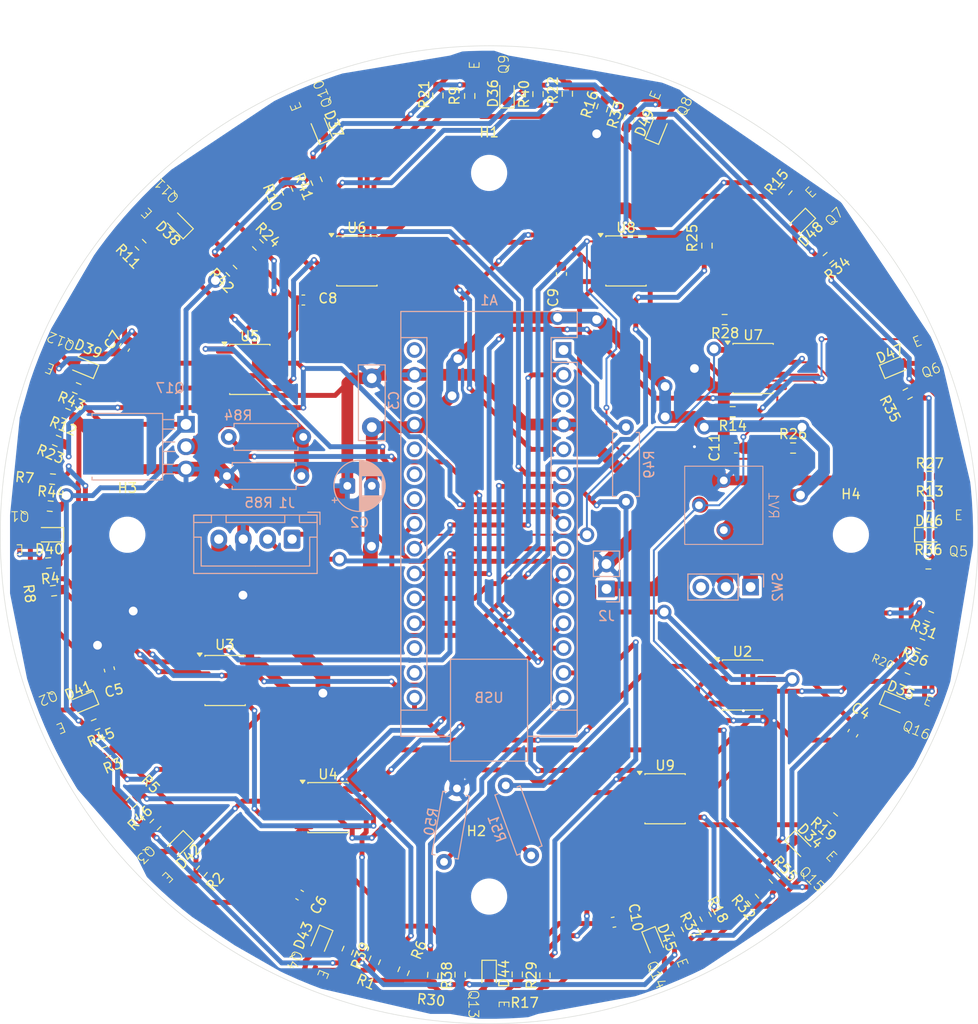
<source format=kicad_pcb>
(kicad_pcb (version 20241229) (generator "pcbnew") (generator_version "9.0")
  (layers (0 "F.Cu" signal) (2 "B.Cu" signal) (13 "F.Paste" user) (15 "B.Paste" user) (5 "F.SilkS" user "F.Silkscreen") (7 "B.SilkS" user "B.Silkscreen") (1 "F.Mask" user) (3 "B.Mask" user) (25 "Edge.Cuts" user))
  (net 0 "")
  (net 4 "VCC")
  (net 5 "Net-(A1-D0{slash}RX)")
  (net 6 "Net-(A1-A3)")
  (net 7 "Net-(A1-D1{slash}TX)")
  (net 8 "Net-(A1-D9)")
  (net 10 "Net-(A1-D10)")
  (net 11 "Net-(A1-D8)")
  (net 12 "Net-(A1-D6)")
  (net 13 "Net-(A1-A1)")
  (net 15 "Net-(A1-D4)")
  (net 16 "Net-(A1-D12)")
  (net 17 "Net-(A1-D3)")
  (net 18 "Net-(A1-D11)")
  (net 19 "Net-(A1-D5)")
  (net 21 "Net-(A1-D7)")
  (net 22 "Net-(A1-A4)")
  (net 23 "GND")
  (net 24 "Net-(A1-D13)")
  (net 25 "Net-(A1-D2)")
  (net 26 "Net-(A1-A0)")
  (net 28 "Net-(A1-A2)")
  (net 30 "Net-(D34-K)")
  (net 31 "Net-(D36-K)")
  (net 32 "Net-(D39-K)")
  (net 33 "Net-(D40-K)")
  (net 34 "Net-(D35-K)")
  (net 35 "Net-(D37-K)")
  (net 36 "Net-(D38-K)")
  (net 37 "Net-(D41-K)")
  (net 38 "Net-(D42-K)")
  (net 39 "Net-(D43-K)")
  (net 40 "Net-(D44-K)")
  (net 41 "Net-(D45-K)")
  (net 42 "Net-(D46-K)")
  (net 43 "Net-(D47-K)")
  (net 44 "Net-(D48-K)")
  (net 45 "Net-(D49-K)")
  (net 46 "Net-(J1-Pin_1)")
  (net 47 "Net-(J2-Pin_1)")
  (net 48 "Net-(Q1-E)")
  (net 49 "Net-(Q2-E)")
  (net 50 "Net-(Q3-E)")
  (net 51 "Net-(Q4-E)")
  (net 52 "Net-(Q5-E)")
  (net 53 "Net-(Q6-E)")
  (net 54 "Net-(Q7-E)")
  (net 55 "Net-(Q8-E)")
  (net 56 "Net-(Q9-E)")
  (net 57 "Net-(Q10-E)")
  (net 58 "Net-(Q11-E)")
  (net 59 "Net-(Q12-E)")
  (net 60 "Net-(Q13-E)")
  (net 61 "Net-(Q14-E)")
  (net 62 "Net-(Q15-E)")
  (net 63 "Net-(Q16-E)")
  (net 64 "Net-(Q17-D)")
  (net 65 "Net-(Q17-G)")
  (net 66 "Net-(R50-Pad1)")
  (net 67 "Net-(U2A-+)")
  (footprint "Resistor_SMD:R_0603_1608Metric_Pad0.98x0.95mm_HandSolder" (layer "F.Cu") (at 180.413456 64.699016 -130)
    (property "Reference" "R15")
    (property "Value" "R")
  )
  (footprint "NJL7502R:NJL7502R" (layer "F.Cu") (at 150 148 -90)
    (property "Reference" "Q13")
    (property "Value" "Q_Photo_NPN" (hide yes))
  )
  (footprint "LED_SMD:LED_0603_1608Metric" (layer "F.Cu") (at 181.819805 131.819805 -45)
    (property "Reference" "D34")
    (property "Value" "LED")
  )
  (footprint "LED_SMD:LED_0603_1608Metric" (layer "F.Cu") (at 166.857297 141.723273 -68)
    (property "Reference" "D45")
    (property "Value" "LED")
  )
  (footprint "Resistor_SMD:R_0603_1608Metric_Pad0.98x0.95mm_HandSolder" (layer "F.Cu") (at 161.575394 56.362733 -107.5)
    (property "Reference" "R16")
    (property "Value" "R")
  )
  (footprint "Resistor_SMD:R_0603_1608Metric_Pad0.98x0.95mm_HandSolder" (layer "F.Cu") (at 172.133346 139.061397 117.5)
    (property "Reference" "R18")
    (property "Value" "R")
  )
  (footprint "Resistor_SMD:R_0603_1608Metric_Pad0.98x0.95mm_HandSolder" (layer "F.Cu") (at 158 54.9125 -90)
    (property "Reference" "R22")
    (property "Value" "R")
  )
  (footprint "NJL7502R:NJL7502R" (layer "F.Cu") (at 194.346218 118.368805 -22.5)
    (property "Reference" "Q16")
    (property "Value" "Q_Photo_NPN" (hide yes))
  )
  (footprint "Capacitor_SMD:C_0603_1608Metric" (layer "F.Cu") (at 162.726774 139.622577 -170)
    (property "Reference" "C10")
    (property "Value" "C")
  )
  (footprint "Resistor_SMD:R_0603_1608Metric_Pad0.98x0.95mm_HandSolder" (layer "F.Cu") (at 129.3492 64.84304 -67.5)
    (property "Reference" "R10")
    (property "Value" "R")
  )
  (footprint "Resistor_SMD:R_0603_1608Metric_Pad0.98x0.95mm_HandSolder" (layer "F.Cu") (at 135.538606 142.520267 -112.5)
    (property "Reference" "R39")
    (property "Value" "R")
  )
  (footprint "Resistor_SMD:R_0603_1608Metric_Pad0.98x0.95mm_HandSolder" (layer "F.Cu") (at 144.76 55.0815 -90)
    (property "Reference" "R21")
    (property "Value" "R")
  )
  (footprint "NJL7502R:NJL7502R" (layer "F.Cu") (at 168.369805 144.346218 -67.5)
    (property "Reference" "Q14")
    (property "Value" "Q_Photo_NPN" (hide yes))
  )
  (footprint "NJL7502R:NJL7502R" (layer "F.Cu") (at 105.653782 118.368805 -157.5)
    (property "Reference" "Q2")
    (property "Value" "Q_Photo_NPN" (hide yes))
  )
  (footprint "Resistor_SMD:R_0603_1608Metric_Pad0.98x0.95mm_HandSolder" (layer "F.Cu") (at 195.0745 94.034 180)
    (property "Reference" "R27")
    (property "Value" "R")
  )
  (footprint "Resistor_SMD:R_0603_1608Metric_Pad0.98x0.95mm_HandSolder" (layer "F.Cu") (at 105.109028 97.079529 -5)
    (property "Reference" "R44")
    (property "Value" "R")
  )
  (footprint "NJL7502R:NJL7502R" (layer "F.Cu") (at 131.631195 55.653782 112.5)
    (property "Reference" "Q10")
    (property "Value" "Q_Photo_NPN" (hide yes))
  )
  (footprint "NJL7502R:NJL7502R" (layer "F.Cu") (at 183.941125 133.941125 -45)
    (property "Reference" "Q15")
    (property "Value" "Q_Photo_NPN" (hide yes))
  )
  (footprint "Package_SO:SOIC-8_3.9x4.9mm_P1.27mm" (layer "F.Cu") (at 164 72)
    (property "Reference" "U8")
    (property "Value" "LM393")
  )
  (footprint "LED_SMD:LED_0603_1608Metric" (layer "F.Cu") (at 151.827 54.8675 90)
    (property "Reference" "D36")
    (property "Value" "LED")
  )
  (footprint "LED_SMD:LED_0603_1608Metric" (layer "F.Cu") (at 108.425421 117.220754 -157.5)
    (property "Reference" "D41")
    (property "Value" "LED")
  )
  (footprint "Resistor_SMD:R_0603_1608Metric_Pad0.98x0.95mm_HandSolder" (layer "F.Cu") (at 110.87196 122.203199 22.5)
    (property "Reference" "R3")
    (property "Value" "R")
  )
  (footprint "Resistor_SMD:R_0603_1608Metric_Pad0.98x0.95mm_HandSolder" (layer "F.Cu") (at 172.28094 70.438209 -90)
    (property "Reference" "R25")
    (property "Value" "R")
  )
  (footprint "LED_SMD:LED_0603_1608Metric" (layer "F.Cu") (at 150 145 -90)
    (property "Reference" "D44")
    (property "Value" "LED")
  )
  (footprint "Resistor_SMD:R_0603_1608Metric_Pad0.98x0.95mm_HandSolder" (layer "F.Cu") (at 194.928 102.981)
    (property "Reference" "R36")
    (property "Value" "R")
  )
  (footprint "LED_SMD:LED_0603_1608Metric" (layer "F.Cu") (at 167.220754 58.425421 67.5)
    (property "Reference" "D49")
    (property "Value" "LED")
  )
  (footprint "Package_SO:SOIC-8_3.9x4.9mm_P1.27mm" (layer "F.Cu") (at 136.475 72)
    (property "Reference" "U6")
    (property "Value" "LM393")
  )
  (footprint "Resistor_SMD:R_0603_1608Metric_Pad0.98x0.95mm_HandSolder" (layer "F.Cu") (at 155.71 145.0525 90)
    (property "Reference" "R29")
    (property "Value" "R")
  )
  (footprint "Resistor_SMD:R_0603_1608Metric_Pad0.98x0.95mm_HandSolder" (layer "F.Cu") (at 113.427765 127.353235 45)
    (property "Reference" "R5")
    (property "Value" "R")
  )
  (footprint "LED_SMD:LED_0603_1608Metric" (layer "F.Cu") (at 191.574579 82.779246 22.5)
    (property "Reference" "D47")
    (property "Value" "LED")
  )
  (footprint "Resistor_SMD:R_0603_1608Metric_Pad0.98x0.95mm_HandSolder" (layer "F.Cu") (at 106.74296 87.644801 -22.5)
    (property "Reference" "R12")
    (property "Value" "R")
  )
  (footprint "Package_SO:SOIC-8_3.9x4.9mm_P1.27mm" (layer "F.Cu") (at 168 127)
    (property "Reference" "U9")
    (property "Value" "LM393")
  )
  (footprint "Capacitor_SMD:C_0603_1608Metric" (layer "F.Cu") (at 131 76)
    (property "Reference" "C8")
    (property "Value" "C")
  )
  (footprint "Capacitor_SMD:C_0603_1608Metric" (layer "F.Cu") (at 130.619204 136.848063 148.5)
    (property "Reference" "C6")
    (property "Value" "C")
  )
  (footprint "Resistor_SMD:R_0603_1608Metric_Pad0.98x0.95mm_HandSolder" (layer "F.Cu") (at 105.346972 94.31247 -5)
    (property "Reference" "R7")
    (property "Value" "R")
  )
  (footprint "LED_SMD:LED_0603_1608Metric" (layer "F.Cu") (at 195 100)
    (property "Reference" "D46")
    (property "Value" "LED")
  )
  (footprint "Resistor_SMD:R_0603_1608Metric_Pad0.98x0.95mm_HandSolder" (layer "F.Cu") (at 181.087499 91.134578)
    (property "Reference" "R26")
    (property "Value" "R")
  )
  (footprint "Package_SO:SOIC-8_3.9x4.9mm_P1.27mm" (layer "F.Cu") (at 125.525 83.095001)
    (property "Reference" "U5")
    (property "Value" "LM393")
  )
  (footprint "Resistor_SMD:R_0603_1608Metric_Pad0.98x0.95mm_HandSolder" (layer "F.Cu") (at 115.872765 129.646235 -135)
    (property "Reference" "R46")
    (property "Value" "R")
  )
  (footprint "NJL7502R:NJL7502R" (layer "F.Cu") (at 150 52 90)
    (property "Reference" "Q9")
    (property "Value" "Q_Photo_NPN" (hide yes))
  )
  (footprint "Resistor_SMD:R_0603_1608Metric_Pad0.98x0.95mm_HandSolder" (layer "F.Cu") (at 194.116 111.175 157.5)
    (property "Reference" "R56")
    (property "Value" "R")
  )
  (footprint "Resistor_SMD:R_0603_1608Metric_Pad0.98x0.95mm_HandSolder" (layer "F.Cu") (at 105.448302 105.726206 7)
    (property "Reference" "R8")
    (property "Value" "R")
  )
  (footprint "Resistor_SMD:R_0603_1608Metric_Pad0.98x0.95mm_HandSolder" (layer "F.Cu") (at 147.032 144.9815 -90)
    (property "Reference" "R38")
    (property "Value" "R")
  )
  (footprint "Resistor_SMD:R_0603_1608Metric_Pad0.98x0.95mm_HandSolder" (layer "F.Cu") (at 152.876 144.9565 90)
    (property "Reference" "R17")
    (property "Value" "R")
  )
  (footprint "Resistor_SMD:R_0603_1608Metric_Pad0.98x0.95mm_HandSolder" (layer "F.Cu") (at 138.302801 143.51204 67.5)
    (property "Reference" "R1")
    (property "Value" "R")
  )
  (footprint "NJL7502R:NJL7502R" (layer "F.Cu") (at 168.368805 55.653782 67.5)
    (property "Reference" "Q8")
    (property "Value" "Q_Photo_NPN" (hide yes))
  )
  (footprint "Resistor_SMD:R_0603_1608Metric_Pad0.98x0.95mm_HandSolder" (layer "F.Cu") (at 120.605 134.395 50)
    (property "Reference" "R2")
    (property "Value" "R")
  )
  (footprint "Capacitor_SMD:C_0603_1608Metric" (layer "F.Cu") (at 111.163511 113.769021 104)
    (property "Reference" "C5")
    (property "Value" "C")
  )
  (footprint "Resistor_SMD:R_0603_1608Metric_Pad0.98x0.95mm_HandSolder" (layer "F.Cu") (at 155 54.9415 90)
    (property "Reference" "R40")
    (property "Value" "R")
  )
  (footprint "MountingHole:MountingHole_3.2mm_M3" (layer "F.Cu") (at 150 63)
    (property "Reference" "H1")
    (property "Value" "MountingHole")
  )
  (footprint "NJL7502R:NJL7502R" (layer "F.Cu") (at 102 100 180)
    (property "Reference" "Q1")
    (property "Value" "Q_Photo_NPN" (hide yes))
  )
  (footprint "Resistor_SMD:R_0603_1608Metric_Pad0.98x0.95mm_HandSolder" (layer "F.Cu") (at 179.2 135.1 -48)
    (property "Reference" "R55")
    (property "Value" "R")
  )
  (footprint "Resistor_SMD:R_0603_1608Metric_Pad0.98x0.95mm_HandSolder" (layer "F.Cu") (at 123.645235 73 135)
    (property "Reference" "R42")
    (property "Value" "R")
  )
  (footprint "NJL7502R:NJL7502R" (layer "F.Cu") (at 198 100)
    (property "Reference" "Q5")
    (property "Value" "Q_Photo_NPN" (hide yes))
  )
  (footprint "LED_SMD:LED_0603_1608Metric" (layer "F.Cu") (at 108.425421 82.779246 157.5)
    (property "Reference" "D39")
    (property "Value" "LED")
  )
  (footprint "NJL7502R:NJL7502R" (layer "F.Cu") (at 105.653782 81.631195 157.5)
    (property "Reference" "Q12")
    (property "Value" "Q_Photo_NPN" (hide yes))
  )
  (footprint "Resistor_SMD:R_0603_1608Metric_Pad0.98x0.95mm_HandSolder" (layer "F.Cu") (at 105.77896 90.403801 -22.5)
    (property "Reference" "R23")
    (property "Value" "R")
  )
  (footprint "Resistor_SMD:R_0603_1608Metric_Pad0.98x0.95mm_HandSolder" (layer "F.Cu") (at 174.9125 87.421344 180)
    (property "Reference" "R14")
    (property "Value" "R")
  )
  (footprint "Package_SO:SOIC-8_3.9x4.9mm_P1.27mm" (layer "F.Cu") (at 175.917463 115.365)
    (property "Reference" "U2")
    (property "Value" "LM393")
  )
  (footprint "Resistor_SMD:R_0603_1608Metric_Pad0.98x0.95mm_HandSolder" (layer "F.Cu") (at 104.951972 102.88253 5)
    (property "Reference" "R4")
    (property "Value" "R")
  )
  (footprint "Resistor_SMD:R_0603_1608Metric_Pad0.98x0.95mm_HandSolder" (layer "F.Cu") (at 144.23947 145.043028 85)
    (property "Reference" "R30")
    (property "Value" "R")
  )
  (footprint "Resistor_SMD:R_0603_1608Metric_Pad0.98x0.95mm_HandSolder" (layer "F.Cu") (at 164.325606 57.470267 72.5)
    (property "Reference" "R33")
    (property "Value" "R")
  )
  (footprint "NJL7502R:NJL7502R" (layer "F.Cu") (at 194.346218 81.631195 22.5)
    (property "Reference" "Q6")
    (property "Value" "Q_Photo_NPN" (hide yes))
  )
  (footprint "LED_SMD:LED_0603_1608Metric" (layer "F.Cu") (at 191.574579 117.220754 -22.5)
    (property "Reference" "D35")
    (property "Value" "LED")
  )
  (footprint "NJL7502R:NJL7502R" (layer "F.Cu") (at 116.058875 133.941125 -135)
    (property "Reference" "Q3")
    (property "Value" "Q_Photo_NPN" (hide yes))
  )
  (footprint "Package_SO:SOIC-8_3.9x4.9mm_P1.27mm" (layer "F.Cu") (at 177 83)
    (property "Reference" "U7")
    (property "Value" "LM393")
  )
  (footprint "Capacitor_SMD:C_0603_1608Metric" (layer "F.Cu") (at 187.201839 120.293685 -121.5)
    (property "Reference" "C4")
    (property "Value" "C")
  )
  (footprint "Resistor_SMD:R_0603_1608Metric_Pad0.98x0.95mm_HandSolder" (layer "F.Cu") (at 114.354765 70.346765 -45)
    (property "Reference" "R11")
    (property "Value" "R")
  )
  (footprint "Capacitor_SMD:C_0603_1608Metric" (layer "F.Cu") (at 175.236774 91.134578 180)
    (property "Reference" "C11")
    (property "Value" "C")
  )
  (footprint "Resistor_SMD:R_0603_1608Metric_Pad0.98x0.95mm_HandSolder" (layer "F.Cu") (at 192.994 113.722 157.5)
    (property "Reference" "R20")
    (property "Value" "R")
  )
  (footprint "Resistor_SMD:R_0603_1608Metric_Pad0.98x0.95mm_HandSolder" (layer "F.Cu") (at 132.349199 63.84304 112.5)
    (property "Reference" "R41")
    (property "Value" "R")
  )
  (footprint "Resistor_SMD:R_0603_1608Metric_Pad0.98x0.95mm_HandSolder" (layer "F.Cu") (at 185.1 129 140)
    (property "Reference" "R19")
    (property "Value" "R")
  )
  (footprint "NJL7502R:NJL7502R" (layer "F.Cu") (at 183.941125 66.058875 45)
    (property "Reference" "Q7")
    (property "Value" "Q_Photo_NPN" (hide yes))
  )
  (footprint "Resistor_SMD:R_0603_1608Metric_Pad0.98x0.95mm_HandSolder" (layer "F.Cu") (at 184.699016 71.699016 -140)
    (property "Reference" "R34")
    (property "Value" "R")
  )
  (footprint "Resistor_SMD:R_0603_1608Metric_Pad0.98x0.95mm_HandSolder" (layer "F.Cu") (at 192.809397 85.578654 27.5)
    (property "Reference" "R35")
    (property "Value" "R")
  )
  (footprint "Resistor_SMD:R_0603_1608Metric_Pad0.98x0.95mm_HandSolder" (layer "F.Cu") (at 109.75896 119.412198 -157.5)
    (property "Reference" "R45")
    (property "Value" "R")
  )
  (footprint "LED_SMD:LED_0603_1608Metric" (layer "F.Cu") (at 132.779246 141.574579 -112.5)
    (property "Reference" "D43")
    (property "Value" "LED")
  )
  (footprint "LED_SMD:LED_0603_1608Metric" (layer "F.Cu") (at 181.819805 68.180195 -135)
    (property "Reference" "D48")
    (property "Value" "LED")
  )
  (footprint "Resistor_SMD:R_0603_1608Metric_Pad0.98x0.95mm_HandSolder" (layer "F.Cu") (at 174.0875 78 180)
    (property "Reference" "R28")
    (property "Value" "R")
  )
  (footprint "Resistor_SMD:R_0603_1608Metric_Pad0.98x0.95mm_HandSolder" (layer "F.Cu") (at 141.253199 144.63696 67.5)
    (property "Reference" "R6")
    (property "Value" "R")
  )
  (footprint "Package_SO:SOIC-8_3.9x4.9mm_P1.27mm" (layer "F.Cu") (at 123 114.905)
    (property "Reference" "U3")
    (property "Value" "LM393")
  )
  (footprint "MountingHole:MountingHole_3.2mm_M3" (layer "F.Cu") (at 187 100)
    (property "Reference" "H4")
    (property "Value" "MountingHole")
  )
  (footprint "Resistor_SMD:R_0603_1608Metric_Pad0.98x0.95mm_HandSolder" (layer "F.Cu") (at 148.017 55.1335 -90)
    (property "Reference" "R9")
    (property "Value" "R")
  )
  (footprint "Capacitor_SMD:C_0603_1608Metric" (layer "F.Cu") (at 112.710063 80.850796 58.5)
    (property "Reference" "C7")
    (property "Value" "C")
  )
  (footprint "Resistor_SMD:R_0603_1608Metric_Pad0.98x0.95mm_HandSolder" (layer "F.Cu") (at 169.3 140.6 -62.5)
    (property "Reference" "R37")
    (property "Value" "R")
  )
  (footprint "LED_SMD:LED_0603_1608Metric" (layer "F.Cu") (at 105 100 180)
    (property "Reference" "D40")
    (property "Value" "LED")
  )
  (footprint "Package_SO:SOIC-8_3.9x4.9mm_P1.27mm" (layer "F.Cu") (at 133.525 127.905)
    (property "Reference" "U4")
    (property "Value" "LM393")
  )
  (footprint "Resistor_SMD:R_0603_1608Metric_Pad0.98x0.95mm_HandSolder" (layer "F.Cu") (at 195.046 97.048 180)
    (property "Reference" "R13")
    (property "Value" "R")
  )
  (footprint "LED_SMD:LED_0603_1608Metric" (layer "F.Cu") (at 118.180195 131.819805 -135)
    (property "Reference" "D42")
    (property "Value" "LED")
  )
  (footprint "LED_SMD:LED_0603_1608Metric" (layer "F.Cu") (at 118.180195 68.180195 135)
    (property "Reference" "D38")
    (property "Value" "LED")
  )
  (footprint "LED_SMD:LED_0603_1608Metric" (layer "F.Cu") (at 132.779246 58.425421 112.5)
    (property "Reference" "D37")
    (property "Value" "LED")
  )
  (footprint "Resistor_SMD:R_0603_1608Metric_Pad0.98x0.95mm_HandSolder" (layer "F.Cu") (at 126.354765 70.354765 -45)
    (property "Reference" "R24")
    (property "Value" "R")
  )
  (footprint "NJL7502R:NJL7502R" (layer "F.Cu") (at 116.058875 66.058875 135)
    (property "Reference" "Q11")
    (property "Value" "Q_Photo_NPN" (hide yes))
  )
  (footprint "Capacitor_SMD:C_0603_1608Metric" (layer "F.Cu") (at 157.399155 73.335694 -90)
    (property "Reference" "C9")
    (property "Value" "C")
  )
  (footprint "MountingHole:MountingHole_3.2mm_M3" (layer "F.Cu") (at 150 137)
    (property "Reference" "H2")
    (property "Value" "MountingHole")
  )
  (footprint "MountingHole:MountingHole_3.2mm_M3" (layer "F.Cu") (at 113 100)
    (property "Reference" "H3")
    (property "Value" "MountingHole")
  )
  (footprint "NJL7502R:NJL7502R" (layer "F.Cu") (at 131.632195 144.346218 -112.5)
    (property "Reference" "Q4")
    (property "Value" "Q_Photo_NPN" (hide yes))
  )
  (footprint "Resistor_SMD:R_0603_1608Metric_Pad0.98x0.95mm_HandSolder" (layer "F.Cu") (at 195.018887 108.378732 157.5)
    (property "Reference" "R31")
    (property "Value" "R")
  )
  (footprint "Resistor_SMD:R_0603_1608Metric_Pad0.98x0.95mm_HandSolder" (layer "F.Cu") (at 107.82396 85.028801 157.5)
    (property "Reference" "R43")
    (property "Value" "R")
  )
  (footprint "Resistor_SMD:R_0603_1608Metric_Pad0.98x0.95mm_HandSolder" (layer "F.Cu") (at 177 137.3 130)
    (property "Reference" "R32")
    (property "Value" "R")
  )
  (footprint "Connector_PinSocket_2.54mm:PinSocket_1x03_P2.54mm_Vertical" (layer "B.Cu") (at 176.74 105.35 90)
    (property "Reference" "SW2")
    (property "Value" "SW_DPST_x2")
  )
  (footprint "Resistor_THT:R_Axial_DIN0207_L6.3mm_D2.5mm_P7.62mm_Horizontal" (layer "B.Cu") (at 123.37 90)
    (property "Reference" "R84")
    (property "Value" "R")
  )
  (footprint "Capacitor_THT:CP_Radial_D5.0mm_P2.50mm" (layer "B.Cu") (at 135.5 95)
    (property "Reference" "C2")
    (property "Value" "C")
  )
  (footprint "Connector_PinSocket_2.54mm:PinSocket_1x02_P2.54mm_Vertical" (layer "B.Cu") (at 162 105.54)
    (property "Reference" "J2")
    (property "Value" "Conn_01x02_Socket")
  )
  (footprint "Connector_JST:JST_XH_B4B-XH-A_1x04_P2.50mm_Vertical" (layer "B.Cu") (at 129.85 100.45 180)
    (property "Reference" "J1")
    (property "Value" "Conn_01x04_Socket")
  )
  (footprint "Module:Arduino_Nano" (layer "B.Cu") (at 157.61 81.109 180)
    (property "Reference" "A1")
    (property "Value" "Arduino_Nano_v2.x")
  )
  (footprint "Resistor_THT:R_Axial_DIN0207_L6.3mm_D2.5mm_P7.62mm_Horizontal" (layer "B.Cu") (at 151.7 125.64 -70)
    (property "Reference" "R51")
    (property "Value" "R")
  )
  (footprint "hankotei:名称未設定" (layer "B.Cu") (at 174 96.99 90)
    (property "Reference" "RV1")
    (property "Value" "R_Potentiometer_Trim")
  )
  (footprint "Capacitor_THT:C_Disc_D7.5mm_W2.5mm_P5.00mm" (layer "B.Cu") (at 138 89 90)
    (property "Reference" "C3")
    (property "Value" "C")
  )
  (footprint "Resistor_THT:R_Axial_DIN0207_L6.3mm_D2.5mm_P7.62mm_Horizontal" (layer "B.Cu") (at 145.388401 133.45 80)
    (property "Reference" "R50")
    (property "Value" "R")
  )
  (footprint "Resistor_THT:R_Axial_DIN0207_L6.3mm_D2.5mm_P7.62mm_Horizontal" (layer "B.Cu") (at 164 96.62 90)
    (property "Reference" "R49")
    (property "Value" "R")
  )
  (footprint "Resistor_THT:R_Axial_DIN0207_L6.3mm_D2.5mm_P7.62mm_Horizontal" (layer "B.Cu") (at 123.18 94)
    (property "Reference" "R85")
    (property "Value" "R")
  )
  (footprint "Package_TO_SOT_THT:TO-251-3-1EP_Horizontal_TabDown" (layer "B.Cu") (at 119 88.71 -90)
    (property "Reference" "Q17")
    (property "Value" "NMOS")
  )
  (gr_circle (center 150 100) (end 200 100) (stroke (width 0.05)) (fill no) (layer "Edge.Cuts"))
  (segment (start 143.687884 145.48) (end 144.15994 145.952056) (width 0.5) (layer "F.Cu") (net 4))
  (segment (start 112.305126 81.511592) (end 108.664157 81.511592) (width 0.5) (layer "F.Cu") (net 4))
  (segment (start 194.162721 118.811805) (end 195.091147 118.811805) (width 0.5) (layer "F.Cu") (net 4))
  (segment (start 104.432254 81.664794) (end 104.432254 89.550936) (width 0.5) (layer "F.Cu") (net 4))
  (segment (start 183.155088 66.688466) (end 183.080059 66.613437) (width 0.5) (layer "F.Cu") (net 4))
  (segment (start 115.985472 132.376652) (end 112.78253 129.17371) (width 0.5) (layer "F.Cu") (net 4))
  (segment (start 117.623348 67.623348) (end 117.623348 66.945232) (width 0.5) (layer "F.Cu") (net 4))
  (segment (start 175 78) (end 175 71.769769) (width 1.2) (layer "F.Cu") (net 4))
  (segment (start 107.697866 82.477883) (end 107.126967 82.477883) (width 0.5) (layer "F.Cu") (net 4))
  (segment (start 134.5 106.85) (end 137.85 103.5) (width 1.5) (layer "F.Cu") (net 4))
  (segment (start 110.521 114.521) (end 111.351 114.521) (width 0.5) (layer "F.Cu") (net 4))
  (segment (start 145.686 56.535766) (end 138.225 63.996766) (width 0.5) (layer "F.Cu") (net 4))
  (segment (start 146.8 82) (end 151 77.8) (width 1.2) (layer "F.Cu") (net 4))
  (segment (start 155.71 145.965) (end 152.674 149.001) (width 0.5) (layer "F.Cu") (net 4))
  (segment (start 131.665794 145.567746) (end 140.816254 145.567746) (width 0.5) (layer "F.Cu") (net 4))
  (segment (start 194.126027 82.477883) (end 194.529715 82.074195) (width 0.5) (layer "F.Cu") (net 4))
  (segment (start 167.1523 142.45343) (end 166.45543 142.45343) (width 0.5) (layer "F.Cu") (net 4))
  (segment (start 168.811805 55.837279) (end 168.811805 56.408178) (width 0.5) (layer "F.Cu") (net 4))
  (segment (start 107.697866 117.522117) (end 107.697866 116.968076) (width 0.5) (layer "F.Cu") (net 4))
  (segment (start 128 81.190001) (end 130.225 78.965001) (width 0.5) (layer "F.Cu") (net 4))
  (segment (start 143.458715 55.470285) (end 144.76 54.169) (width 0.5) (layer "F.Cu") (net 4))
  (segment (start 132.074195 55.470285) (end 143.458715 55.470285) (width 0.5) (layer "F.Cu") (net 4))
  (segment (start 117.623348 67.623348) (end 130.432906 54.81379) (width 0.5) (layer "F.Cu") (net 4))
  (segment (start 111.959707 81.166173) (end 112.305126 81.511592) (width 0.5) (layer "F.Cu") (net 4))
  (segment (start 138 89) (end 140 89) (width 1.2) (layer "F.Cu") (net 4))
  (segment (start 142.099 89) (end 142.37 88.729) (width 1.2) (layer "F.Cu") (net 4))
  (segment (start 157.399155 72.560693) (end 154.933462 70.095) (width 0.5) (layer "F.Cu") (net 4))
  (segment (start 131.189195 144.162721) (end 131.189195 145.091147) (width 0.5) (layer "F.Cu") (net 4))
  (segment (start 195.861927 108.727931) (end 196.779 107.810858) (width 0.5) (layer "F.Cu") (net 4))
  (segment (start 117.623348 66.945232) (end 116.397933 65.719817) (width 0.5) (layer "F.Cu") (net 4))
  (segment (start 155.622 67.761) (end 156.764 66.619) (width 1.2) (layer "F.Cu") (net 4))
  (segment (start 138 89) (end 138 95) (width 1.2) (layer "F.Cu") (net 4))
  (segment (start 137.85 101.299) (end 137.96914 101.17986) (width 1.5) (layer "F.Cu") (net 4))
  (segment (start 181.262958 67.42748) (end 181.262958 68.737042) (width 0.5) (layer "F.Cu") (net 4))
  (segment (start 112.78253 127.225054) (end 112.78253 127.99847) (width 0.5) (layer "F.Cu") (net 4))
  (segment (start 104.93592 93.734964) (end 104.437944 94.23294) (width 0.5) (layer "F.Cu") (net 4))
  (segment (start 164.137583 66.619) (end 167.044292 69.525709) (width 1.2) (layer "F.Cu") (net 4))
  (segment (start 144.76 54.169) (end 145.686 55.095) (width 0.5) (layer "F.Cu") (net 4))
  (segment (start 104.432254 89.550936) (end 104.93592 90.054602) (width 0.5) (layer "F.Cu") (net 4))
  (segment (start 104.542604 105.837412) (end 103.083561 104.378369) (width 0.5) (layer "F.Cu") (net 4))
  (segment (start 148.955 146.8325) (end 145.040384 146.8325) (width 0.5) (layer "F.Cu") (net 4))
  (segment (start 145.040384 146.8325) (end 144.15994 145.952056) (width 0.5) (layer "F.Cu") (net 4))
  (segment (start 115.429284 134.727162) (end 118.300541 137.598419) (width 0.5) (layer "F.Cu") (net 4))
  (segment (start 176.235 101.765) (end 176.74 102.27) (width 1.5) (layer "F.Cu") (net 4))
  (segment (start 104.81379 119.256314) (end 112.78253 127.225054) (width 0.5) (layer "F.Cu") (net 4))
  (segment (start 131.28 141.104251) (end 132.477883 142.302134) (width 0.5) (layer "F.Cu") (net 4))
  (segment (start 137.85 103.5) (end 137.85 101.299) (width 1.5) (layer "F.Cu") (net 4))
  (segment (start 150.4795 52.7325) (end 151.827 54.08) (width 0.5) (layer "F.Cu") (net 4))
  (segment (start 125.70953 71.48453) (end 125.70953 69.70953) (width 0.5) (layer "F.Cu") (net 4))
  (segment (start 195.7875 100) (end 196.267 100.4795) (width 0.5) (layer "F.Cu") (net 4))
  (segment (start 115.272838 65.429284) (end 111.959707 68.742415) (width 0.5) (layer "F.Cu") (net 4))
  (segment (start 116.397933 65.719817) (end 116.1074 65.429284) (width 0.5) (layer "F.Cu") (net 4))
  (segment (start 103.733 99.5205) (end 104.2125 100) (width 0.5) (layer "F.Cu") (net 4))
  (segment (start 176.74 102.27) (end 176.74 105.35) (width 1.5) (layer "F.Cu") (net 4))
  (segment (start 192.873033 117.522117) (end 194.162721 118.811805) (width 0.5) (layer "F.Cu") (net 4))
  (segment (start 196.267 100.4795) (end 198 100.4795) (width 0.5) (layer "F.Cu") (net 4))
  (segment (start 112.78253 129.17371) (end 112.78253 127.99847) (width 0.5) (layer "F.Cu") (net 4))
  (segment (start 149.9715 149.001) (end 149.5205 148.55) (width 0.5) (layer "F.Cu") (net 4))
  (segment (start 161 78) (end 161.164 78) (width 1.2) (layer "F.Cu") (net 4))
  (segment (start 166.45543 142.45343) (end 163.49 139.488) (width 0.5) (layer "F.Cu") (net 4))
  (segment (start 151.827 54.08) (end 152.8165 53.0905) (width 0.5) (layer "F.Cu") (net 4))
  (segment (start 105.470285 117.925805) (end 107.294178 117.925805) (width 0.5) (layer "F.Cu") (net 4))
  (segment (start 110.144942 114.521) (end 111.351 114.521) (width 0.5) (layer "F.Cu") (net 4))
  (segment (start 186.434437 68.552187) (end 186.434437 71.991913) (width 0.5) (layer "F.Cu") (net 4))
  (segment (start 170.475 125.095) (end 176.966463 118.603537) (width 0.5) (layer "F.Cu") (net 4))
  (segment (start 163.49 139.660141) (end 157.185141 145.965) (width 0.5) (layer "F.Cu") (net 4))
  (segment (start 115.429284 133.8926) (end 115.429284 134.727162) (width 0.5) (layer "F.Cu") (net 4))
  (segment (start 183.98965 66.688466) (end 183.155088 66.688466) (width 0.5) (layer "F.Cu") (net 4))
  (segment (start 143 89) (end 146.209029 85.790971) (width 1.2) (layer "F.Cu") (net 4))
  (segment (start 127.9 106.85) (end 134.5 106.85) (width 1.5) (layer "F.Cu") (net 4))
  (segment (start 184.280183 66.397933) (end 186.434437 68.552187) (width 0.5) (layer "F.Cu") (net 4))
  (segment (start 196.779 107.810858) (end 196.779 100.9915) (width 0.5) (layer "F.Cu") (net 4))
  (segment (start 102 99.5205) (end 103.733 99.5205) (width 0.5) (layer "F.Cu") (net 4))
  (segment (start 199 100.0295) (end 198.55 100.4795) (width 0.5) (layer "F.Cu") (net 4))
  (segment (start 157.0905 53.0905) (end 158 54) (width 0.5) (layer "F.Cu") (net 4))
  (segment (start 176.235 101.765) (end 176.75 102.28) (width 1.5) (layer "F.Cu") (net 4))
  (segment (start 104.542604 105.837412) (end 104.542604 108.542604) (width 0.5) (layer "F.Cu") (net 4))
  (segment (start 125.70953 69.70953) (end 123.623348 67.623348) (width 0.5) (layer "F.Cu") (net 4))
  (segment (start 150 145.7875) (end 148.955 146.8325) (width 0.5) (layer "F.Cu") (net 4))
  (segment (start 181.85 95.95) (end 177.58 95.95) (width 1.2) (layer "F.Cu") (net 4))
  (segment (start 131.28 137.253) (end 131.28 141.104251) (width 0.5) (layer "F.Cu") (net 4))
  (segment (start 131.189195 145.091147) (end 131.665794 145.567746) (width 0.5) (layer "F.Cu") (net 4))
  (segment (start 103.083561 104.378369) (end 103.083561 101.128939) (width 0.5) (layer "F.Cu") (net 4))
  (segment (start 187.606776 119.632888) (end 181.433888 113.46) (width 0.5) (layer "F.Cu") (net 4))
  (segment (start 199 97.047) (end 199 100.0295) (width 0.5) (layer "F.Cu") (net 4))
  (segment (start 175 71.769769) (end 172.75594 69.525709) (width 1.2) (layer "F.Cu") (net 4))
  (segment (start 138.95 70.095) (end 141.284 67.761) (width 1.2) (layer "F.Cu") (net 4))
  (segment (start 195.091147 118.811805) (end 195.567746 118.335206) (width 0.5) (layer "F.Cu") (net 4))
  (segment (start 104.81379 118.5823) (end 104.81379 119.256314) (width 0.5) (layer "F.Cu") (net 4))
  (segment (start 167.926805 143.227935) (end 167.1523 142.45343) (width 0.5) (layer "F.Cu") (net 4))
  (segment (start 145.686 55.095) (end 145.686 56.535766) (width 0.5) (layer "F.Cu") (net 4))
  (segment (start 190.191363 119.632888) (end 192.302134 117.522117) (width 0.5) (layer "F.Cu") (net 4))
  (segment (start 184.280183 66.397933) (end 183.98965 66.688466) (width 0.5) (layer "F.Cu") (net 4))
  (segment (start 172.28094 69.525709) (end 167.044292 69.525709) (width 1.2) (layer "F.Cu") (net 4))
  (segment (start 167.926805 144.529715) (end 167.926805 143.227935) (width 0.5) (layer "F.Cu") (net 4))
  (segment (start 117.623348 132.376652) (end 115.985472 132.376652) (width 0.5) (layer "F.Cu") (net 4))
  (segment (start 158 54) (end 158.432254 54.432254) (width 0.5) (layer "F.Cu") (net 4))
  (segment (start 152.8165 53.0905) (end 157.0905 53.0905) (width 0.5) (layer "F.Cu") (net 4))
  (segment (start 196.779 100.9915) (end 195.7875 100) (width 0.5) (layer "F.Cu") (net 4))
  (segment (start 195.987 94.034) (end 199 97.047) (width 0.5) (layer "F.Cu") (net 4))
  (segment (start 107.294178 117.925805) (end 107.697866 117.522117) (width 0.5) (layer "F.Cu") (net 4))
  (segment (start 198.55 100.4795) (end 198 100.4795) (width 0.5) (layer "F.Cu") (net 4))
  (segment (start 157.185141 145.965) (end 155.71 145.965) (width 0.5) (layer "F.Cu") (net 4))
  (segment (start 150.4795 52) (end 150.4795 52.7325) (width 0.5) (layer "F.Cu") (net 4))
  (segment (start 168.335206 54.432254) (end 168.811805 54.908853) (width 0.5) (layer "F.Cu") (net 4))
  (segment (start 107.126967 82.477883) (end 105.837279 81.188195) (width 0.5) (layer "F.Cu") (net 4))
  (segment (start 108.664157 81.511592) (end 107.697866 82.477883) (width 0.5) (layer "F.Cu") (net 4))
  (segment (start 168.811805 56.408178) (end 167.522117 57.697866) (width 0.5) (layer "F.Cu") (net 4))
  (segment (start 123.623348 67.623348) (end 117.623348 67.623348) (width 0.5) (layer "F.Cu") (net 4))
  (segment (start 158.432254 54.432254) (end 168.335206 54.432254) (width 0.5) (layer "F.Cu") (net 4))
  (segment (start 130.225 78.965001) (end 130.225 76) (width 0.5) (layer "F.Cu") (net 4))
  (segment (start 136 122.550001) (end 126.449999 113) (width 1) (layer "F.Cu") (net 4))
  (segment (start 176.444508 137.999016) (end 177.586544 137.999016) (width 0.5) (layer "F.Cu") (net 4))
  (segment (start 130.432906 54.81379) (end 131.4177 54.81379) (width 0.5) (layer "F.Cu") (net 4))
  (segment (start 181.262958 68.737042) (end 181.262958 79.307042) (width 0.5) (layer "F.Cu") (net 4))
  (segment (start 196.037986 108.90399) (end 195.861927 108.727931) (width 0.5) (layer "F.Cu") (net 4))
  (segment (start 192.302134 117.522117) (end 192.873033 117.522117) (width 0.5) (layer "F.Cu") (net 4))
  (segment (start 167.38 122) (end 170.475 125.095) (width 0.5) (layer "F.Cu") (net 4))
  (segment (start 140.904 145.48) (end 143.687884 145.48) (width 0.5) (layer "F.Cu") (net 4))
  (segment (start 181.433888 113.46) (end 178.392463 113.46) (width 0.5) (layer "F.Cu") (net 4))
  (segment (start 125.475 113) (end 125.475 110.375) (width 1) (layer "F.Cu") (net 4))
  (segment (start 115.719817 133.602067) (end 115.429284 133.8926) (width 0.5) (layer "F.Cu") (net 4))
  (segment (start 104.908853 81.188195) (end 104.432254 81.664794) (width 0.5) (layer "F.Cu") (net 4))
  (segment (start 169.257314 145.18621) (end 176.444508 137.999016) (width 0.5) (layer "F.Cu") (net 4))
  (segment (start 192.302134 82.477883) (end 194.126027 82.477883) (width 0.5) (layer "F.Cu") (net 4))
  (segment (start 115.719817 133.602067) (end 116.945232 132.376652) (width 0.5) (layer "F.Cu") (net 4))
  (segment (start 122.35 101.3) (end 127.9 106.85) (width 1.5) (layer "F.Cu") (net 4))
  (segment (start 149.5205 148.55) (end 149.5205 148) (width 0.5) (layer "F.Cu") (net 4))
  (segment (start 140 122) (end 167.38 122) (width 0.5) (layer "F.Cu") (net 4))
  (segment (start 195.18621 81.4177) (end 194.529715 82.074195) (width 0.5) (layer "F.Cu") (net 4))
  (segment (start 163.49 139.488) (end 163.49 139.660141) (width 0.5) (layer "F.Cu") (net 4))
  (segment (start 140.816254 145.567746) (end 140.904 145.48) (width 0.5) (layer "F.Cu") (net 4))
  (segment (start 140 89) (end 142.099 89) (width 1.2) (layer "F.Cu") (net 4))
  (segment (start 168.5833 145.18621) (end 169.257314 145.18621) (width 0.5) (layer "F.Cu") (net 4))
  (segment (start 168 87.95) (end 170.95 87.95) (width 1.2) (layer "F.Cu") (net 4))
  (segment (start 104.93592 90.054602) (end 104.93592 93.734964) (width 0.5) (layer "F.Cu") (net 4))
  (segment (start 180.174998 90.825002) (end 182 89) (width 1.2) (layer "F.Cu") (net 4))
  (segment (start 175 78) (end 176 78) (width 1.2) (layer "F.Cu") (net 4))
  (segment (start 132.477883 55.873973) (end 132.074195 55.470285) (width 0.5) (layer "F.Cu") (net 4))
  (segment (start 176.31 102.31) (end 176.31 101.84) (width 0.5) (layer "F.Cu") (net 4))
  (segment (start 122.35 100.45) (end 122.35 101.3) (width 1.5) (layer "F.Cu") (net 4))
  (segment (start 152.674 149.001) (end 149.9715 149.001) (width 0.5) (layer "F.Cu") (net 4))
  (segment (start 105.470285 117.925805) (end 104.81379 118.5823) (width 0.5) (layer "F.Cu") (net 4))
  (segment (start 116.1074 65.429284) (end 115.272838 65.429284) (width 0.5) (layer "F.Cu") (net 4))
  (segment (start 195.567746 116.781315) (end 196.037986 116.311075) (width 0.5) (layer "F.Cu") (net 4))
  (segment (start 118.300541 137.598419) (end 130.934581 137.598419) (width 0.5) (layer "F.Cu") (net 4))
  (segment (start 131.189195 143.590822) (end 132.477883 142.302134) (width 0.5) (layer "F.Cu") (net 4))
  (segment (start 132.477883 57.697866) (end 132.477883 55.873973) (width 0.5) (layer "F.Cu") (net 4))
  (segment (start 167.926805 144.529715) (end 168.5833 145.18621) (width 0.5) (layer "F.Cu") (net 4))
  (segment (start 150 145.7875) (end 149.5205 146.267) (width 0.5) (layer "F.Cu") (net 4))
  (segment (start 103.083561 101.128939) (end 104.2125 100) (width 0.5) (layer "F.Cu") (net 4))
  (segment (start 182.077001 66.613437) (end 181.262958 67.42748) (width 0.5) (layer "F.Cu") (net 4))
  (segment (start 179.000984 137.999016) (end 177.586544 137.999016) (width 0.5) (layer "F.Cu") (net 4))
  (segment (start 183.602067 134.280183) (end 182.376652 133.054768) (width 0.5) (layer "F.Cu") (net 4))
  (segment (start 104.542604 108.542604) (end 110.521 114.521) (width 0.5) (layer "F.Cu") (net 4))
  (segment (start 179.064 81.064) (end 179.475 81.064) (width 1.2) (layer "F.Cu") (net 4))
  (segment (start 182.376652 134.623348) (end 179.000984 137.999016) (width 0.5) (layer "F.Cu") (net 4))
  (segment (start 126.449999 113) (end 125.475 113) (width 1) (layer "F.Cu") (net 4))
  (segment (start 170.95 87.95) (end 172 89) (width 1.2) (layer "F.Cu") (net 4))
  (segment (start 154.933462 70.095) (end 138.95 70.095) (width 0.5) (layer "F.Cu") (net 4))
  (segment (start 138.225 69.37) (end 138.95 70.095) (width 0.5) (layer "F.Cu") (net 4))
  (segment (start 192.477883 82.477883) (end 192.302134 82.477883) (width 0.5) (layer "F.Cu") (net 4))
  (segment (start 141.284 67.761) (end 155.622 67.761) (width 1.2) (layer "F.Cu") (net 4))
  (segment (start 125.475 110.375) (end 122.35 107.25) (width 1) (layer "F.Cu") (net 4))
  (segment (start 195.987 94.034) (end 195.987 85.987) (width 0.5) (layer "F.Cu") (net 4))
  (segment (start 182.376652 132.376652) (end 182.376652 134.623348) (width 0.5) (layer "F.Cu") (net 4))
  (segment (start 140 89) (end 143 89) (width 1.2) (layer "F.Cu") (net 4))
  (segment (start 150.0285 50.999) (end 150.4795 51.45) (width 0.5) (layer "F.Cu") (net 4))
  (segment (start 122.35 107.25) (end 122.35 100.45) (width 1.5) (layer "F.Cu") (net 4))
  (segment (start 130.225 76) (end 125.70953 71.48453) (width 0.5) (layer "F.Cu") (net 4))
  (segment (start 151 77.8) (end 157 77.8) (width 1.2) (layer "F.Cu") (net 4))
  (segment (start 131.4177 54.81379) (end 132.074195 55.470285) (width 0.5) (layer "F.Cu") (net 4))
  (segment (start 144.76 54.169) (end 147.93 50.999) (width 0.5) (layer "F.Cu") (net 4))
  (segment (start 111.959707 68.742415) (end 111.959707 81.166173) (width 0.5) (layer "F.Cu") (net 4))
  (segment (start 195.18621 80.743686) (end 195.18621 81.4177) (width 0.5) (layer "F.Cu") (net 4))
  (segment (start 195.567746 118.335206) (end 195.567746 116.781315) (width 0.5) (layer "F.Cu") (net 4))
  (segment (start 167.044292 69.525709) (end 166.475001 70.095) (width 1.2) (layer "F.Cu") (net 4))
  (segment (start 102 96.670884) (end 102 99.5205) (width 0.5) (layer "F.Cu") (net 4))
  (segment (start 138.225 63.996766) (end 138.225 69.37) (width 0.5) (layer "F.Cu") (net 4))
  (segment (start 177.58 95.95) (end 174 99.53) (width 1.2) (layer "F.Cu") (net 4))
  (segment (start 150.4795 51.45) (end 150.4795 52) (width 0.5) (layer "F.Cu") (net 4))
  (segment (start 176 78) (end 179.064 81.064) (width 1.2) (layer "F.Cu") (net 4))
  (segment (start 176.966463 113.911001) (end 177.417464 113.46) (width 0.5) (layer "F.Cu") (net 4))
  (segment (start 196.037986 116.311075) (end 196.037986 108.90399) (width 0.5) (layer "F.Cu") (net 4))
  (segment (start 105.837279 81.188195) (end 104.908853 81.188195) (width 0.5) (layer "F.Cu") (net 4))
  (segment (start 174 99.53) (end 176.235 101.765) (width 1.5) (layer "F.Cu") (net 4))
  (segment (start 156.764 66.619) (end 164.137583 66.619) (width 1.2) (layer "F.Cu") (net 4))
  (segment (start 168.811805 54.908853) (end 168.811805 55.837279) (width 0.5) (layer "F.Cu") (net 4))
  (segment (start 131.189195 144.162721) (end 131.189195 143.590822) (width 0.5) (layer "F.Cu") (net 4))
  (segment (start 176.966463 118.603537) (end 176.966463 113.911001) (width 0.5) (layer "F.Cu") (net 4))
  (segment (start 181.262958 79.307042) (end 179.475 81.095) (width 0.5) (layer "F.Cu") (net 4))
  (segment (start 182.376652 133.054768) (end 182.376652 132.376652) (width 0.5) (layer "F.Cu") (net 4))
  (segment (start 107.697866 116.968076) (end 110.144942 114.521) (width 0.5) (layer "F.Cu") (net 4))
  (segment (start 180.174998 91.134578) (end 176.062774 91.134578) (width 1.2) (layer "F.Cu") (net 4))
  (segment (start 147.93 50.999) (end 150.0285 50.999) (width 0.5) (layer "F.Cu") (net 4))
  (segment (start 136 126) (end 136 122.550001) (width 1) (layer "F.Cu") (net 4))
  (segment (start 161.164 78) (end 168 84.836) (width 1.2) (layer "F.Cu") (net 4))
  (segment (start 180.174998 91.134578) (end 180.174998 90.825002) (width 1.2) (layer "F.Cu") (net 4))
  (segment (start 116.945232 132.376652) (end 117.623348 132.376652) (width 0.5) (layer "F.Cu") (net 4))
  (segment (start 183.080059 66.613437) (end 182.077001 66.613437) (width 0.5) (layer "F.Cu") (net 4))
  (segment (start 149.5205 146.267) (end 149.5205 148) (width 0.5) (layer "F.Cu") (net 4))
  (segment (start 195.987 85.987) (end 192.477883 82.477883) (width 0.5) (layer "F.Cu") (net 4))
  (segment (start 136 126) (end 140 122) (width 0.5) (layer "F.Cu") (net 4))
  (segment (start 172.75594 69.525709) (end 172.28094 69.525709) (width 1.2) (layer "F.Cu") (net 4))
  (segment (start 130.934581 137.598419) (end 131.28 137.253) (width 0.5) (layer "F.Cu") (net 4))
  (segment (start 187.606776 119.632888) (end 190.191363 119.632888) (width 0.5) (layer "F.Cu") (net 4))
  (segment (start 177.417464 113.46) (end 178.392463 113.46) (width 0.5) (layer "F.Cu") (net 4))
  (segment (start 104.437944 94.23294) (end 102 96.670884) (width 0.5) (layer "F.Cu") (net 4))
  (segment (start 186.434437 71.991913) (end 195.18621 80.743686) (width 0.5) (layer "F.Cu") (net 4))
  (via (at 168 87.95) (size 1.5) (drill 0.9) (layers "F.Cu" "B.Cu") (net 4))
  (via (at 146.209029 85.790971) (size 1.5) (drill 0.9) (layers "F.Cu" "B.Cu") (net 4))
  (via (at 157 77.8) (size 1.5) (drill 0.9) (layers "F.Cu" "B.Cu") (net 4))
  (via (at 168 84.836) (size 1.5) (drill 0.9) (layers "F.Cu" "B.Cu") (net 4))
  (via (at 181.85 95.95) (size 1.5) (drill 0.9) (layers "F.Cu" "B.Cu") (net 4))
  (via (at 161 78) (size 1.5) (drill 0.9) (layers "F.Cu" "B.Cu") (net 4))
  (via (at 146.8 82) (size 1.5) (drill 0.9) (layers "F.Cu" "B.Cu") (net 4))
  (via (at 137.96914 101.17986) (size 1.5) (drill 0.9) (layers "F.Cu" "B.Cu") (net 4))
  (via (at 182 89) (size 1.5) (drill 0.9) (layers "F.Cu" "B.Cu") (net 4))
  (via (at 172 89) (size 1.5) (drill 0.9) (layers "F.Cu" "B.Cu") (net 4))
  (segment (start 168 84.836) (end 168 87.95) (width 1.2) (layer "B.Cu") (net 4))
  (segment (start 160.8 77.8) (end 161 78) (width 1.2) (layer "B.Cu") (net 4))
  (segment (start 184.25 91.25) (end 184.25 93.55) (width 1.2) (layer "B.Cu") (net 4))
  (segment (start 181.899 88.899) (end 182 89) (width 1.2) (layer "B.Cu") (net 4))
  (segment (start 138 101) (end 138 95) (width 1.5) (layer "B.Cu") (net 4))
  (segment (start 157 77.8) (end 160.8 77.8) (width 1.2) (layer "B.Cu") (net 4))
  (segment (start 172.101 88.899) (end 181.899 88.899) (width 1.2) (layer "B.Cu") (net 4))
  (segment (start 146.209029 85.790971) (end 146.209029 82.590971) (width 1.2) (layer "B.Cu") (net 4))
  (segment (start 146.209029 82.590971) (end 146.8 82) (width 1.2) (layer "B.Cu") (net 4))
  (segment (start 172 89) (end 172.101 88.899) (width 1.2) (layer "B.Cu") (net 4))
  (segment (start 182 89) (end 184.25 91.25) (width 1.2) (layer "B.Cu") (net 4))
  (segment (start 184.25 93.55) (end 181.85 95.95) (width 1.2) (layer "B.Cu") (net 4))
  (segment (start 127.35 100.45) (end 129.4 102.5) (width 0.5) (layer "F.Cu") (net 5))
  (segment (start 154 99) (end 146 99) (width 0.5) (layer "F.Cu") (net 5))
  (segment (start 154.351 83.649) (end 154 84) (width 0.5) (layer "F.Cu") (net 5))
  (segment (start 129.4 102.5) (end 134.7 102.5) (width 0.5) (layer "F.Cu") (net 5))
  (segment (start 157.61 83.649) (end 154.351 83.649) (width 0.5) (layer "F.Cu") (net 5))
  (via (at 154 99) (size 0.6) (drill 0.3) (layers "F.Cu" "B.Cu") (net 5))
  (via (at 154 84) (size 0.6) (drill 0.3) (layers "F.Cu" "B.Cu") (net 5))
  (via (at 134.7 102.5) (size 1.5) (drill 0.9) (layers "F.Cu" "B.Cu") (net 5))
  (via (at 146 99) (size 0.6) (drill 0.3) (layers "F.Cu" "B.Cu") (net 5))
  (segment (start 142.888182 102.68) (end 146 99.568182) (width 0.5) (layer "B.Cu") (net 5))
  (segment (start 154 84) (end 154 99) (width 0.5) (layer "B.Cu") (net 5))
  (segment (start 134.88 102.68) (end 142.888182 102.68) (width 0.5) (layer "B.Cu") (net 5))
  (segment (start 146 99.568182) (end 146 99) (width 0.5) (layer "B.Cu") (net 5))
  (segment (start 134.7 102.5) (end 134.88 102.68) (width 0.5) (layer "B.Cu") (net 5))
  (segment (start 173.095 81.095) (end 173 81) (width 0.2) (layer "F.Cu") (net 6))
  (segment (start 174.525 81.095) (end 173.175 79.745) (width 0.2) (layer "F.Cu") (net 6))
  (segment (start 174.525 81.095) (end 173.095 81.095) (width 0.2) (layer "F.Cu") (net 6))
  (segment (start 160 100) (end 143.799 100) (width 0.2) (layer "F.Cu") (net 6))
  (segment (start 143.799 100) (end 142.37 101.429) (width 0.2) (layer "F.Cu") (net 6))
  (segment (start 173.175 79.745) (end 173.175 78) (width 0.2) (layer "F.Cu") (net 6))
  (via (at 160 100) (size 1.5) (drill 0.9) (layers "F.Cu" "B.Cu") (net 6))
  (via (at 173 81) (size 1.5) (drill 0.9) (layers "F.Cu" "B.Cu") (net 6))
  (segment (start 173 85) (end 169 89) (width 0.2) (layer "B.Cu") (net 6))
  (segment (start 173 81) (end 173 85) (width 0.2) (layer "B.Cu") (net 6))
  (segment (start 160 96) (end 160 100) (width 0.2) (layer "B.Cu") (net 6))
  (segment (start 167 89) (end 160 96) (width 0.2) (layer "B.Cu") (net 6))
  (segment (start 169 89) (end 167 89) (width 0.2) (layer "B.Cu") (net 6))
  (segment (start 161.249 87.249) (end 161 87) (width 0.5) (layer "B.Cu") (net 7))
  (segment (start 163 89) (end 161.751 87.751) (width 0.5) (layer "B.Cu") (net 7))
  (segment (start 161 87) (end 161 84.499) (width 0.5) (layer "B.Cu") (net 7))
  (segment (start 161.249 87.311075) (end 161.249 87.249) (width 0.5) (layer "B.Cu") (net 7))
  (segment (start 164 89) (end 163 89) (width 0.5) (layer "B.Cu") (net 7))
  (segment (start 161 84.499) (end 157.61 81.109) (width 0.5) (layer "B.Cu") (net 7))
  (segment (start 161.751 87.751) (end 161.688925 87.751) (width 0.5) (layer "B.Cu") (net 7))
  (segment (start 161.688925 87.751) (end 161.249 87.311075) (width 0.5) (layer "B.Cu") (net 7))
  (segment (start 138.176 129.763341) (end 138.176 128.471001) (width 0.5) (layer "F.Cu") (net 8))
  (segment (start 114.073 126.708) (end 114.708 126.708) (width 0.5) (layer "F.Cu") (net 8))
  (segment (start 114.708 126.708) (end 115 127) (width 0.5) (layer "F.Cu") (net 8))
  (segment (start 136.73 127.27) (end 140 124) (width 0.5) (layer "F.Cu") (net 8))
  (segment (start 138.176 128.471001) (end 136.974999 127.27) (width 0.5) (layer "F.Cu") (net 8))
  (segment (start 147 119.659) (end 157.61 109.049) (width 0.5) (layer "F.Cu") (net 8))
  (segment (start 136 127.27) (end 136.73 127.27) (width 0.5) (layer "F.Cu") (net 8))
  (segment (start 136.974999 127.27) (end 136 127.27) (width 0.5) (layer "F.Cu") (net 8))
  (via (at 138.176 129.763341) (size 0.6) (drill 0.3) (layers "F.Cu" "B.Cu") (net 8))
  (via (at 115 127) (size 0.6) (drill 0.3) (layers "F.Cu" "B.Cu") (net 8))
  (via (at 140 124) (size 0.6) (drill 0.3) (layers "F.Cu" "B.Cu") (net 8))
  (via (at 147 119.659) (size 0.6) (drill 0.3) (layers "F.Cu" "B.Cu") (net 8))
  (segment (start 125.249 128.311075) (end 126.701266 129.763341) (width 0.5) (layer "B.Cu") (net 8))
  (segment (start 147 119.659) (end 145.659 121) (width 0.5) (layer "B.Cu") (net 8))
  (segment (start 124.062075 127) (end 125.249 128.186925) (width 0.5) (layer "B.Cu") (net 8))
  (segment (start 126.701266 129.763341) (end 138.176 129.763341) (width 0.5) (layer "B.Cu") (net 8))
  (segment (start 143 121) (end 140 124) (width 0.5) (layer "B.Cu") (net 8))
  (segment (start 145.659 121) (end 143 121) (width 0.5) (layer "B.Cu") (net 8))
  (segment (start 115 127) (end 124.062075 127) (width 0.5) (layer "B.Cu") (net 8))
  (segment (start 125.249 128.186925) (end 125.249 128.311075) (width 0.5) (layer "B.Cu") (net 8))
  (segment (start 149 96) (end 145.558 92.558) (width 0.5) (layer "F.Cu") (net 10))
  (segment (start 157.61 111.589) (end 156.411 111.589) (width 0.5) (layer "F.Cu") (net 10))
  (segment (start 140.558 92.558) (end 140 92) (width 0.5) (layer "F.Cu") (net 10))
  (segment (start 125.37 92) (end 123.37 90) (width 0.5) (layer "F.Cu") (net 10))
  (segment (start 156.411 111.589) (end 155 113) (width 0.5) (layer "F.Cu") (net 10))
  (segment (start 145.558 92.558) (end 140.558 92.558) (width 0.5) (layer "F.Cu") (net 10))
  (segment (start 126 92) (end 125.37 92) (width 0.5) (layer "F.Cu") (net 10))
  (via (at 149 96) (size 0.6) (drill 0.3) (layers "F.Cu" "B.Cu") (net 10))
  (via (at 155 113) (size 0.6) (drill 0.3) (layers "F.Cu" "B.Cu") (net 10))
  (via (at 126 92) (size 0.6) (drill 0.3) (layers "F.Cu" "B.Cu") (net 10))
  (via (at 140 92) (size 0.6) (drill 0.3) (layers "F.Cu" "B.Cu") (net 10))
  (segment (start 140 92) (end 126 92) (width 0.5) (layer "B.Cu") (net 10))
  (segment (start 155 113) (end 149 107) (width 0.5) (layer "B.Cu") (net 10))
  (segment (start 149 107) (end 149 101) (width 0.5) (layer "B.Cu") (net 10))
  (segment (start 149 101) (end 149 96) (width 0.5) (layer "B.Cu") (net 10))
  (segment (start 133.999999 126.000001) (end 135 125) (width 0.5) (layer "F.Cu") (net 11))
  (segment (start 141.602398 141.397602) (end 142 141) (width 0.5) (layer "F.Cu") (net 11))
  (segment (start 145.0595 119.0595) (end 157.61 106.509) (width 0.5) (layer "F.Cu") (net 11))
  (segment (start 141.602398 143.79392) (end 141.602398 141.397602) (width 0.5) (layer "F.Cu") (net 11))
  (segment (start 131.05 126.000001) (end 133.999999 126.000001) (width 0.5) (layer "F.Cu") (net 11))
  (via (at 145.0595 119.0595) (size 0.6) (drill 0.3) (layers "F.Cu" "B.Cu") (net 11))
  (via (at 135 125) (size 0.6) (drill 0.3) (layers "F.Cu" "B.Cu") (net 11))
  (via (at 142 141) (size 0.6) (drill 0.3) (layers "F.Cu" "B.Cu") (net 11))
  (segment (start 145.0595 119.0595) (end 144.119 120) (width 0.5) (layer "B.Cu") (net 11))
  (segment (start 142 141) (end 142 132) (width 0.5) (layer "B.Cu") (net 11))
  (segment (start 144.119 120) (end 140 120) (width 0.5) (layer "B.Cu") (net 11))
  (segment (start 140 120) (end 135 125) (width 0.5) (layer "B.Cu") (net 11))
  (segment (start 142 132) (end 135 125) (width 0.5) (layer "B.Cu") (net 11))
  (segment (start 113.8 113) (end 120.525 113) (width 0.5) (layer "F.Cu") (net 12))
  (segment (start 106.354 105.615) (end 106.415 105.615) (width 0.5) (layer "F.Cu") (net 12))
  (segment (start 146.89 101.968) (end 147.429 101.429) (width 0.5) (layer "F.Cu") (net 12))
  (segment (start 123.4 111.85) (end 121.675 111.85) (width 0.5) (layer "F.Cu") (net 12))
  (segment (start 147.429 101.429) (end 157.61 101.429) (width 0.5) (layer "F.Cu") (net 12))
  (segment (start 146 101.968) (end 146.89 101.968) (width 0.5) (layer "F.Cu") (net 12))
  (segment (start 121.675 111.85) (end 120.525 113) (width 0.5) (layer "F.Cu") (net 12))
  (segment (start 106.415 105.615) (end 113.8 113) (width 0.5) (layer "F.Cu") (net 12))
  (via (at 123.4 111.85) (size 0.6) (drill 0.3) (layers "F.Cu" "B.Cu") (net 12))
  (via (at 146 101.968) (size 0.6) (drill 0.3) (layers "F.Cu" "B.Cu") (net 12))
  (segment (start 141.811818 112.8) (end 141.851818 112.84) (width 0.5) (layer "B.Cu") (net 12))
  (segment (start 145.2 112.8) (end 146 112) (width 0.5) (layer "B.Cu") (net 12))
  (segment (start 123.4 111.85) (end 124.35 112.8) (width 0.5) (layer "B.Cu") (net 12))
  (segment (start 142.928182 112.8) (end 145.2 112.8) (width 0.5) (layer "B.Cu") (net 12))
  (segment (start 124.35 112.8) (end 141.811818 112.8) (width 0.5) (layer "B.Cu") (net 12))
  (segment (start 141.851818 112.84) (end 142.888182 112.84) (width 0.5) (layer "B.Cu") (net 12))
  (segment (start 146 112) (end 146 101.968) (width 0.5) (layer "B.Cu") (net 12))
  (segment (start 142.888182 112.84) (end 142.928182 112.8) (width 0.5) (layer "B.Cu") (net 12))
  (segment (start 164.235579 92.235579) (end 162 90) (width 0.2) (layer "F.Cu") (net 13))
  (segment (start 180.898999 92.235579) (end 164.235579 92.235579) (width 0.2) (layer "F.Cu") (net 13))
  (segment (start 151 105) (end 150.018 105) (width 0.5) (layer "F.Cu") (net 13))
  (segment (start 182 91.134578) (end 180.898999 92.235579) (width 0.2) (layer "F.Cu") (net 13))
  (segment (start 152 104) (end 151 105) (width 0.5) (layer "F.Cu") (net 13))
  (segment (start 150.018 105) (end 148.509 106.509) (width 0.5) (layer "F.Cu") (net 13))
  (segment (start 148.509 106.509) (end 142.37 106.509) (width 0.5) (layer "F.Cu") (net 13))
  (segment (start 162 90) (end 162 87) (width 0.2) (layer "F.Cu") (net 13))
  (segment (start 160 70) (end 161.43 70) (width 0.2) (layer "F.Cu") (net 13))
  (segment (start 161.43 70) (end 161.525 70.095) (width 0.2) (layer "F.Cu") (net 13))
  (via (at 160 70) (size 0.6) (drill 0.3) (layers "F.Cu" "B.Cu") (net 13))
  (via (at 152 104) (size 0.6) (drill 0.3) (layers "F.Cu" "B.Cu") (net 13))
  (via (at 162 87) (size 0.6) (drill 0.3) (layers "F.Cu" "B.Cu") (net 13))
  (segment (start 155 75) (end 160 70) (width 0.5) (layer "B.Cu") (net 13))
  (segment (start 160 75) (end 160 70) (width 0.2) (layer "B.Cu") (net 13))
  (segment (start 163 78) (end 160 75) (width 0.2) (layer "B.Cu") (net 13))
  (segment (start 163 81) (end 163 78) (width 0.2) (layer "B.Cu") (net 13))
  (segment (start 152 104) (end 155 101) (width 0.5) (layer "B.Cu") (net 13))
  (segment (start 162 87) (end 162 82) (width 0.2) (layer "B.Cu") (net 13))
  (segment (start 162 82) (end 163 81) (width 0.2) (layer "B.Cu") (net 13))
  (segment (start 155 101) (end 155 75) (width 0.5) (layer "B.Cu") (net 13))
  (segment (start 156.712364 97) (end 156.649364 96.937) (width 0.5) (layer "F.Cu") (net 15))
  (segment (start 130.460001 82.460001) (end 128 82.460001) (width 0.5) (layer "F.Cu") (net 15))
  (segment (start 147 96.937) (end 147 96.888) (width 0.5) (layer "F.Cu") (net 15))
  (segment (start 156.649364 96.937) (end 147 96.937) (width 0.5) (layer "F.Cu") (net 15))
  (segment (start 157.61 96.349) (end 156.959 97) (width 0.5) (layer "F.Cu") (net 15))
  (segment (start 156.959 97) (end 156.712364 97) (width 0.5) (layer "F.Cu") (net 15))
  (segment (start 107 91.131) (end 106.622 90.753) (width 0.5) (layer "F.Cu") (net 15))
  (segment (start 131 83) (end 130.460001 82.460001) (width 0.5) (layer "F.Cu") (net 15))
  (segment (start 131 87) (end 112 87) (width 0.5) (layer "F.Cu") (net 15))
  (segment (start 107 92) (end 107 91.131) (width 0.5) (layer "F.Cu") (net 15))
  (via (at 131 87) (size 0.6) (drill 0.3) (layers "F.Cu" "B.Cu") (net 15))
  (via (at 147 96.888) (size 0.6) (drill 0.3) (layers "F.Cu" "B.Cu") (net 15))
  (via (at 131 83) (size 0.6) (drill 0.3) (layers "F.Cu" "B.Cu") (net 15))
  (via (at 107 92) (size 0.6) (drill 0.3) (layers "F.Cu" "B.Cu") (net 15))
  (via (at 112 87) (size 0.6) (drill 0.3) (layers "F.Cu" "B.Cu") (net 15))
  (segment (start 131 83) (end 131 87) (width 0.5) (layer "B.Cu") (net 15))
  (segment (start 146.112 96) (end 146 96) (width 0.5) (layer "B.Cu") (net 15))
  (segment (start 141.851818 89.98) (end 134.871818 83) (width 0.5) (layer "B.Cu") (net 15))
  (segment (start 147 96.888) (end 146.112 96) (width 0.5) (layer "B.Cu") (net 15))
  (segment (start 112 87) (end 108.715 87) (width 0.5) (layer "B.Cu") (net 15))
  (segment (start 146 93.091818) (end 142.888182 89.98) (width 0.5) (layer "B.Cu") (net 15))
  (segment (start 134.871818 83) (end 131 83) (width 0.5) (layer "B.Cu") (net 15))
  (segment (start 142.888182 89.98) (end 141.851818 89.98) (width 0.5) (layer "B.Cu") (net 15))
  (segment (start 146 96) (end 146 93.091818) (width 0.5) (layer "B.Cu") (net 15))
  (segment (start 107 88.715) (end 107 92) (width 0.5) (layer "B.Cu") (net 15))
  (segment (start 108.715 87) (end 107 88.715) (width 0.5) (layer "B.Cu") (net 15))
  (segment (start 155 124.1) (end 166.3591 124.1) (width 0.5) (layer "F.Cu") (net 16))
  (segment (start 144 142) (end 144 143.815) (width 0.5) (layer "F.Cu") (net 16))
  (segment (start 144 143.815) (end 144.319 144.134) (width 0.5) (layer "F.Cu") (net 16))
  (segment (start 166.3591 124.1) (end 168.6241 126.365) (width 0.5) (layer "F.Cu") (net 16))
  (segment (start 168.6241 126.365) (end 170.475 126.365) (width 0.5) (layer "F.Cu") (net 16))
  (via (at 144 142) (size 0.6) (drill 0.3) (layers "F.Cu" "B.Cu") (net 16))
  (via (at 155 124.1) (size 0.6) (drill 0.3) (layers "F.Cu" "B.Cu") (net 16))
  (segment (start 149.251 126.399) (end 144 131.65) (width 0.5) (layer "B.Cu") (net 16))
  (segment (start 149.251 125.028) (end 149.251 126.399) (width 0.5) (layer "B.Cu") (net 16))
  (segment (start 157.61 116.669) (end 154.249 120.03) (width 0.5) (layer "B.Cu") (net 16))
  (segment (start 154.249 123.349) (end 155 124.1) (width 0.5) (layer "B.Cu") (net 16))
  (segment (start 144 131.65) (end 144 142) (width 0.5) (layer "B.Cu") (net 16))
  (segment (start 154.249 120.03) (end 154.249 123.349) (width 0.5) (layer "B.Cu") (net 16))
  (segment (start 157.61 116.669) (end 149.251 125.028) (width 0.5) (layer "B.Cu") (net 16))
  (segment (start 134 70.095) (end 134 65) (width 0.5) (layer "F.Cu") (net 17))
  (segment (start 135 69) (end 135 69.095) (width 0.5) (layer "F.Cu") (net 17))
  (segment (start 156 56) (end 157.825 56) (width 0.5) (layer "F.Cu") (net 17))
  (segment (start 157.825 56) (end 158 55.825) (width 0.5) (layer "F.Cu") (net 17))
  (segment (start 153.809 93.809) (end 153 93) (width 0.5) (layer "F.Cu") (net 17))
  (segment (start 135 69.095) (end 134 70.095) (width 0.5) (layer "F.Cu") (net 17))
  (segment (start 157.61 93.809) (end 153.809 93.809) (width 0.5) (layer "F.Cu") (net 17))
  (segment (start 134 65) (end 135 64) (width 0.5) (layer "F.Cu") (net 17))
  (via (at 135 69) (size 0.6) (drill 0.3) (layers "F.Cu" "B.Cu") (net 17))
  (via (at 135 64) (size 0.6) (drill 0.3) (layers "F.Cu" "B.Cu") (net 17))
  (via (at 153 93) (size 0.6) (drill 0.3) (layers "F.Cu" "B.Cu") (net 17))
  (via (at 156 56) (size 0.6) (drill 0.3) (layers "F.Cu" "B.Cu") (net 17))
  (segment (start 155 57) (end 156 56) (width 0.5) (layer "B.Cu") (net 17))
  (segment (start 152 75) (end 146 69) (width 0.5) (layer "B.Cu") (net 17))
  (segment (start 153 93) (end 153 76) (width 0.5) (layer "B.Cu") (net 17))
  (segment (start 140 64) (end 145.352 58.648) (width 0.5) (layer "B.Cu") (net 17))
  (segment (start 145.352 58.648) (end 150.343364 58.648) (width 0.5) (layer "B.Cu") (net 17))
  (segment (start 150.343364 58.648) (end 150.400364 58.591) (width 0.5) (layer "B.Cu") (net 17))
  (segment (start 150.409 58.591) (end 152 57) (width 0.5) (layer "B.Cu") (net 17))
  (segment (start 152 57) (end 155 57) (width 0.5) (layer "B.Cu") (net 17))
  (segment (start 150.400364 58.591) (end 150.409 58.591) (width 0.5) (layer "B.Cu") (net 17))
  (segment (start 153 76) (end 152 75) (width 0.5) (layer "B.Cu") (net 17))
  (segment (start 146 69) (end 135 69) (width 0.5) (layer "B.Cu") (net 17))
  (segment (start 135 64) (end 140 64) (width 0.5) (layer "B.Cu") (net 17))
  (segment (start 165.43 125) (end 165.525 125.095) (width 0.5) (layer "F.Cu") (net 18))
  (segment (start 163 125) (end 165.43 125) (width 0.5) (layer "F.Cu") (net 18))
  (segment (start 155.71 143.732896) (end 156.721448 142.721448) (width 0.5) (layer "F.Cu") (net 18))
  (segment (start 155.71 144.14) (end 155.71 143.732896) (width 0.5) (layer "F.Cu") (net 18))
  (segment (start 161.871 114.129) (end 165 111) (width 0.5) (layer "F.Cu") (net 18))
  (segment (start 157.61 114.129) (end 161.871 114.129) (width 0.5) (layer "F.Cu") (net 18))
  (via (at 163 125) (size 0.6) (drill 0.3) (layers "F.Cu" "B.Cu") (net 18))
  (via (at 156.721448 142.721448) (size 0.6) (drill 0.3) (layers "F.Cu" "B.Cu") (net 18))
  (via (at 165 111) (size 0.6) (drill 0.3) (layers "F.Cu" "B.Cu") (net 18))
  (segment (start 156.721448 131.278552) (end 163 125) (width 0.5) (layer "B.Cu") (net 18))
  (segment (start 165 123) (end 163 125) (width 0.5) (layer "B.Cu") (net 18))
  (segment (start 156.721448 142.721448) (end 156.721448 131.278552) (width 0.5) (layer "B.Cu") (net 18))
  (segment (start 165 111) (end 165 123) (width 0.5) (layer "B.Cu") (net 18))
  (segment (start 128 75) (end 128 76.240002) (width 0.5) (layer "F.Cu") (net 19))
  (segment (start 157.61 98.889) (end 156.359 97.638) (width 0.5) (layer "F.Cu") (net 19))
  (segment (start 121 81) (end 122.859998 81) (width 0.5) (layer "F.Cu") (net 19))
  (segment (start 139.468963 95.217963) (end 139.468963 92.531037) (width 0.5) (layer "F.Cu") (net 19))
  (segment (start 139.468963 92.531037) (end 139.1 92.162074) (width 0.5) (layer "F.Cu") (net 19))
  (segment (start 122.859998 81) (end 123.05 81.190002) (width 0.5) (layer "F.Cu") (net 19))
  (segment (start 128 76.240002) (end 123.05 81.190002) (width 0.5) (layer "F.Cu") (net 19))
  (segment (start 156.359 97.638) (end 141.889 97.638) (width 0.5) (layer "F.Cu") (net 19))
  (segment (start 141.889 97.638) (end 139.468963 95.217963) (width 0.5) (layer "F.Cu") (net 19))
  (segment (start 139.1 92.162074) (end 139.1 91) (width 0.5) (layer "F.Cu") (net 19))
  (segment (start 127 71) (end 128 72) (width 0.5) (layer "F.Cu") (net 19))
  (via (at 128 72) (size 0.6) (drill 0.3) (layers "F.Cu" "B.Cu") (net 19))
  (via (at 128 75) (size 0.6) (drill 0.3) (layers "F.Cu" "B.Cu") (net 19))
  (via (at 121 81) (size 0.6) (drill 0.3) (layers "F.Cu" "B.Cu") (net 19))
  (via (at 139.1 91) (size 0.6) (drill 0.3) (layers "F.Cu" "B.Cu") (net 19))
  (segment (start 139.1 91) (end 133.759182 91) (width 0.5) (layer "B.Cu") (net 19))
  (segment (start 123.759182 81) (end 121 81) (width 0.5) (layer "B.Cu") (net 19))
  (segment (start 128 72) (end 128 75) (width 0.5) (layer "B.Cu") (net 19))
  (segment (start 133.759182 91) (end 123.759182 81) (width 0.5) (layer "B.Cu") (net 19))
  (segment (start 108.709116 98.363652) (end 108.709116 102.759116) (width 0.5) (layer "F.Cu") (net 21))
  (segment (start 125.475 114.270001) (end 124.615465 114.270001) (width 0.5) (layer "F.Cu") (net 21))
  (segment (start 127 115) (end 126.270001 114.270001) (width 0.5) (layer "F.Cu") (net 21))
  (segment (start 125.345001 114.4) (end 125.475 114.270001) (width 0.5) (layer "F.Cu") (net 21))
  (segment (start 107 93) (end 107 93.648) (width 0.5) (layer "F.Cu") (net 21))
  (segment (start 122.65 114.4) (end 125.345001 114.4) (width 0.5) (layer "F.Cu") (net 21))
  (segment (start 107 93.648) (end 106.256 94.392) (width 0.5) (layer "F.Cu") (net 21))
  (segment (start 115.4 112.25) (end 115.580331 112.25) (width 0.5) (layer "F.Cu") (net 21))
  (segment (start 157.61 103.969) (end 146.199 115.38) (width 0.5) (layer "F.Cu") (net 21))
  (segment (start 108.709116 102.759116) (end 108.709116 105.559116) (width 0.5) (layer "F.Cu") (net 21))
  (segment (start 126.270001 114.270001) (end 125.475 114.270001) (width 0.5) (layer "F.Cu") (net 21))
  (segment (start 108.709116 105.559116) (end 115.4 112.25) (width 0.5) (layer "F.Cu") (net 21))
  (segment (start 140.38 115.38) (end 140 115) (width 0.5) (layer "F.Cu") (net 21))
  (segment (start 108.709116 98.363652) (end 108.709116 95) (width 0.5) (layer "F.Cu") (net 21))
  (segment (start 146.199 115.38) (end 140.38 115.38) (width 0.5) (layer "F.Cu") (net 21))
  (via (at 115.580331 112.25) (size 0.6) (drill 0.3) (layers "F.Cu" "B.Cu") (net 21))
  (via (at 127 115) (size 0.6) (drill 0.3) (layers "F.Cu" "B.Cu") (net 21))
  (via (at 140 115) (size 0.6) (drill 0.3) (layers "F.Cu" "B.Cu") (net 21))
  (via (at 122.65 114.4) (size 0.6) (drill 0.3) (layers "F.Cu" "B.Cu") (net 21))
  (via (at 108.709116 95) (size 0.6) (drill 0.3) (layers "F.Cu" "B.Cu") (net 21))
  (via (at 107 93) (size 0.6) (drill 0.3) (layers "F.Cu" "B.Cu") (net 21))
  (segment (start 140 115) (end 127 115) (width 0.5) (layer "B.Cu") (net 21))
  (segment (start 117.730331 114.4) (end 122.65 114.4) (width 0.5) (layer "B.Cu") (net 21))
  (segment (start 107 93.290884) (end 107 93) (width 0.5) (layer "B.Cu") (net 21))
  (segment (start 115.580331 112.25) (end 117.730331 114.4) (width 0.5) (layer "B.Cu") (net 21))
  (segment (start 108.709116 95) (end 107 93.290884) (width 0.5) (layer "B.Cu") (net 21))
  (segment (start 176.413456 136.600984) (end 176.413456 134.586544) (width 0.5) (layer "F.Cu") (net 22))
  (segment (start 158.128182 102.718) (end 160.699 105.288818) (width 0.5) (layer "F.Cu") (net 22))
  (segment (start 176.413456 134.586544) (end 180 131) (width 0.5) (layer "F.Cu") (net 22))
  (segment (start 141.119 100.14) (end 141.119 101.947182) (width 0.5) (layer "F.Cu") (net 22))
  (segment (start 181 114.8) (end 178.462463 114.8) (width 0.5) (layer "F.Cu") (net 22))
  (segment (start 141.889818 102.718) (end 158.128182 102.718) (width 0.5) (layer "F.Cu") (net 22))
  (segment (start 142.37 98.889) (end 141.119 100.14) (width 0.5) (layer "F.Cu") (net 22))
  (segment (start 141.119 101.947182) (end 141.889818 102.718) (width 0.5) (layer "F.Cu") (net 22))
  (segment (start 160.699 105.288818) (end 160.699 106.841) (width 0.5) (layer "F.Cu") (net 22))
  (segment (start 161.761984 107.903984) (end 167.903984 107.903984) (width 0.5) (layer "F.Cu") (net 22))
  (segment (start 178.462463 114.8) (end 178.392463 114.73) (width 0.5) (layer "F.Cu") (net 22))
  (segment (start 160.699 106.841) (end 161.761984 107.903984) (width 0.5) (layer "F.Cu") (net 22))
  (via (at 181 114.8) (size 1.5) (drill 0.9) (layers "F.Cu" "B.Cu") (net 22))
  (via (at 180 131) (size 0.6) (drill 0.3) (layers "F.Cu" "B.Cu") (net 22))
  (via (at 167.903984 107.903984) (size 1.5) (drill 0.9) (layers "F.Cu" "B.Cu") (net 22))
  (segment (start 174.8 114.8) (end 181 114.8) (width 0.5) (layer "B.Cu") (net 22))
  (segment (start 180 131) (end 180 115.8) (width 0.5) (layer "B.Cu") (net 22))
  (segment (start 180 115.8) (end 181 114.8) (width 0.5) (layer "B.Cu") (net 22))
  (segment (start 167.903984 107.903984) (end 174.8 114.8) (width 0.5) (layer "B.Cu") (net 22))
  (segment (start 113.115 80.19) (end 112.714138 79.789138) (width 0.5) (layer "F.Cu") (net 23))
  (segment (start 157.399155 74.110695) (end 161.319304 74.110695) (width 0.5) (layer "F.Cu") (net 23))
  (segment (start 161.524999 73.905) (end 159.249 76.180999) (width 0.5) (layer "F.Cu") (net 23))
  (segment (start 108.05 88.458) (end 107.586 87.994) (width 0.5) (layer "F.Cu") (net 23))
  (segment (start 143.975 140.025) (end 141.296 140.025) (width 0.5) (layer "F.Cu") (net 23))
  (segment (start 133.025001 73.905) (end 134 73.905) (width 0.5) (layer "F.Cu") (net 23))
  (segment (start 122.47 93.29) (end 123.18 94) (width 1.5) (layer "F.Cu") (net 23))
  (segment (start 123.5 97.45) (end 124.85 98.8) (width 1.2) (layer "F.Cu") (net 23))
  (segment (start 159.249 88.209) (end 158.729 88.729) (width 0.5) (layer "F.Cu") (net 23))
  (segment (start 174.525 84.936) (end 172.936 84.936) (width 1.2) (layer "F.Cu") (net 23))
  (segment (start 124.85 98.8) (end 124.85 100.45) (width 1.2) (layer "F.Cu") (net 23))
  (segment (start 174 90.672805) (end 174 87.421345) (width 1.2) (layer "F.Cu") (net 23))
  (segment (start 138 84) (end 139 84) (width 0.2) (layer "F.Cu") (net 23))
  (segment (start 174 87.421345) (end 174 85.461) (width 1.2) (layer "F.Cu") (net 23))
  (segment (start 121.1 97.45) (end 123.5 97.45) (width 1.2) (layer "F.Cu") (net 23))
  (segment (start 112.882 93.29) (end 119 93.29) (width 1) (layer "F.Cu") (net 23))
  (segment (start 186.751384 121) (end 186.796902 120.954482) (width 0.5) (layer "F.Cu") (net 23))
  (segment (start 123.938686 136.443126) (end 121.191544 133.695984) (width 0.5) (layer "F.Cu") (net 23))
  (segment (start 179.142463 119) (end 181.142463 121) (width 0.5) (layer "F.Cu") (net 23))
  (segment (start 107.586 87.994) (end 107.994 87.994) (width 0.5) (layer "F.Cu") (net 23))
  (segment (start 169.466032 65.398032) (end 161.301 57.233) (width 0.5) (layer "F.Cu") (net 23))
  (segment (start 105.861 102.803) (end 108.008116 100.655884) (width 0.5) (layer "F.Cu") (net 23))
  (segment (start 113.6 107.75) (end 117.95 103.4) (width 1.2) (layer "F.Cu") (net 23))
  (segment (start 109.95 111.3) (end 109.95 111.99102) (width 1.2) (layer "F.Cu") (net 23))
  (segment (start 159.249 76.180999) (end 159.249 88.209) (width 0.5) (layer "F.Cu") (net 23))
  (segment (start 161.963548 139.274826) (end 162.986374 138.252) (width 0.5) (layer "F.Cu") (net 23))
  (segment (start 149.204 57.233) (end 148.017 56.046) (width 0.5) (layer "F.Cu") (net 23))
  (segment (start 186.796902 120.954482) (end 186.796902 126.017538) (width 0.5) (layer "F.Cu") (net 23))
  (segment (start 129.958408 130.901592) (end 129.958408 136.443126) (width 0.5) (layer "F.Cu") (net 23))
  (segment (start 162.986374 138.252) (end 171.712 138.252) (width 0.5) (layer "F.Cu") (net 23))
  (segment (start 117.95 103.4) (end 117.95 100.6) (width 1.2) (layer "F.Cu") (net 23))
  (segment (start 172.936 84.936) (end 171 83) (width 1.2) (layer "F.Cu") (net 23))
  (segment (start 191.5355 94.45) (end 174 94.45) (width 1) (layer "F.Cu") (net 23))
  (segment (start 138.351 83.649) (end 138 84) (width 1.2) (layer "F.Cu") (net 23))
  (segment (start 107.586 87.994) (end 112.882 93.29) (width 1) (layer "F.Cu") (net 23))
  (segment (start 135.5 95) (end 135.5 84.5) (width 1.2) (layer "F.Cu") (net 23))
  (segment (start 161 57.534) (end 161.301 57.233) (width 1.2) (layer "F.Cu") (net 23))
  (segment (start 142.37 83.649) (end 148.649 83.649) (width 1.2) (layer "F.Cu") (net 23))
  (segment (start 161.963548 139.757154) (end 161.963548 139.274826) (width 0.5) (layer "F.Cu") (net 23))
  (segment (start 107.958116 94.688925) (end 108.05 94.597041) (width 0.5) (layer "F.Cu") (net 23))
  (segment (start 176 115.687462) (end 176 113.8861) (width 0.5) (layer "F.Cu") (net 23))
  (segment (start 186.796902 126.017538) (end 184.400984 128.413456) (width 0.5) (layer "F.Cu") (net 23))
  (segment (start 130.93 129.93) (end 129.958408 130.901592) (width 0.5) (layer "F.Cu") (net 23))
  (segment (start 129.6984 65.68608) (end 129.6984 70.578399) (width 0.5) (layer "F.Cu") (net 23))
  (segment (start 107.958116 95.311075) (end 107.958116 94.688925) (width 0.5) (layer "F.Cu") (net 23))
  (segment (start 157.162846 139.757154) (end 161.963548 139.757154) (width 0.5) (layer "F.Cu") (net 23))
  (segment (start 161.301 57.233) (end 149.204 57.233) (width 0.5) (layer "F.Cu") (net 23))
  (segment (start 161.319304 74.110695) (end 161.524999 73.905) (width 0.5) (layer "F.Cu") (net 23))
  (segment (start 113.115 80.19) (end 117.925001 85.000001) (width 0.5) (layer "F.Cu") (net 23))
  (segment (start 194.1335 97.048) (end 191.5355 94.45) (width 0.5) (layer "F.Cu") (net 23))
  (segment (start 131.775 76) (end 131.905 76) (width 0.5) (layer "F.Cu") (net 23))
  (segment (start 183.15844 129.656) (end 166.276 129.656) (width 0.5) (layer "F.Cu") (net 23))
  (segment (start 177.1771 112.709) (end 191.487158 112.709) (width 0.5) (layer "F.Cu") (net 23))
  (segment (start 121.191544 133.695984) (end 121.191544 131.330544) (width 0.5) (layer "F.Cu") (net 23))
  (segment (start 131.775 76) (end 131.775 77.775) (width 0.5) (layer "F.Cu") (net 23))
  (segment (start 123.800999 85.751) (end 134.249 85.751) (width 0.5) (layer "F.Cu") (net 23))
  (segment (start 112.714138 79.789138) (end 112.714138 73.277862) (width 0.5) (layer "F.Cu") (net 23))
  (segment (start 192.15096 99.03054) (end 194.1335 97.048) (width 0.5) (layer "F.Cu") (net 23))
  (segment (start 175.27 117.27) (end 176 118) (width 0.5) (layer "F.Cu") (net 23))
  (segment (start 167 98) (end 170.55 94.45) (width 1.5) (layer "F.Cu") (net 23))
  (segment (start 173.442463 117.27) (end 175.27 117.27) (width 0.5) (layer "F.Cu") (net 23))
  (segment (start 124.931 95.751) (end 134.749 95.751) (width 1.5) (layer "F.Cu") (net 23))
  (segment (start 157 88.729) (end 157.61 88.729) (width 1.2) (layer "F.Cu") (net 23))
  (segment (start 116.759 116.81) (end 111.715 121.854) (width 0.5) (layer "F.Cu") (net 23))
  (segment (start 134.249 85.751) (end 136 84) (width 0.5) (layer "F.Cu") (net 23))
  (segment (start 142.37 83.649) (end 138.351 83.649) (width 1.2) (layer "F.Cu") (net 23))
  (segment (start 133 116.2) (end 133 114.354164) (width 1.5) (layer "F.Cu") (net 23))
  (segment (start 120.525 116.81) (end 116.759 116.81) (width 0.5) (layer "F.Cu") (net 23))
  (segment (start 184.400984 128.413456) (end 183.15844 129.656) (width 0.5) (layer "F.Cu") (net 23))
  (segment (start 136 84) (end 138 84) (width 1.2) (layer "F.Cu") (net 23))
  (segment (start 174.417462 117.27) (end 176 115.687462) (width 0.5) (layer "F.Cu") (net 23))
  (segment (start 152.876 144.044) (end 157.162846 139.757154) (width 0.5) (layer "F.Cu") (net 23))
  (segment (start 117.95 100.6) (end 121.1 97.45) (width 1.2) (layer "F.Cu") (net 23))
  (segment (start 153.729 88.729) (end 157 88.729) (width 1.2) (layer "F.Cu") (net 23))
  (segment (start 173.442463 117.27) (end 174.417462 117.27) (width 0.5) (layer "F.Cu") (net 23))
  (segment (start 171.712 138.252) (end 171.712 135.092) (width 0.5) (layer "F.Cu") (net 23))
  (segment (start 157 88.729) (end 158.729 88.729) (width 1.2) (layer "F.Cu") (net 23))
  (segment (start 162 103) (end 167 98) (width 1.5) (layer "F.Cu") (net 23))
  (segment (start 174.327195 91) (end 174.461774 91.134579) (width 0.5) (layer "F.Cu") (net 23))
  (segment (start 150.882 142.05) (end 146 142.05) (width 0.5) (layer "F.Cu") (net 23))
  (segment (start 114.4305 124.5695) (end 111.715 121.854) (width 0.5) (layer "F.Cu") (net 23))
  (segment (start 121.191544 131.330544) (end 114.4305 124.5695) (width 0.5) (layer "F.Cu") (net 23))
  (segment (start 120.525 116.81) (end 115.065617 116.81) (width 0.5) (layer "F.Cu") (net 23))
  (segment (start 111.272659 113.017042) (end 110.976022 113.017042) (width 0.5) (layer "F.Cu") (net 23))
  (segment (start 152.876 144.044) (end 150.882 142.05) (width 0.5) (layer "F.Cu") (net 23))
  (segment (start 129.6984 70.578399) (end 133.025001 73.905) (width 0.5) (layer "F.Cu") (net 23))
  (segment (start 138.652 142.669) (end 138.652 137.652) (width 0.5) (layer "F.Cu") (net 23))
  (segment (start 192.15096 113.372802) (end 192.15096 99.03054) (width 0.5) (layer "F.Cu") (net 23))
  (segment (start 158.729 88.729) (end 167 97) (width 1.2) (layer "F.Cu") (net 23))
  (segment (start 176 113.8861) (end 177.1771 112.709) (width 0.5) (layer "F.Cu") (net 23))
  (segment (start 179.826912 65.398032) (end 169.466032 65.398032) (width 0.5) (layer "F.Cu") (net 23))
  (segment (start 161 59) (end 161 57.534) (width 1.2) (layer "F.Cu") (net 23))
  (segment (start 146 142.05) (end 143.975 140.025) (width 0.5) (layer "F.Cu") (net 23))
  (segment (start 174.461774 91.134579) (end 174 90.672805) (width 1.2) (layer "F.Cu") (net 23))
  (segment (start 119 93.29) (end 122.47 93.29) (width 1.5) (layer "F.Cu") (net 23))
  (segment (start 131.775 77.775) (end 138 84) (width 0.5) (layer "F.Cu") (net 23))
  (segment (start 131.905 76) (end 134 73.905) (width 0.5) (layer "F.Cu") (net 23))
  (segment (start 109.95 111.99102) (end 110.976022 113.017042) (width 1.2) (layer "F.Cu") (net 23))
  (segment (start 123.18 94) (end 124.931 95.751) (width 1.5) (layer "F.Cu") (net 23))
  (segment (start 108.008116 95.361075) (end 107.958116 95.311075) (width 0.5) (layer "F.Cu") (net 23))
  (segment (start 134.749 95.751) (end 135.5 95) (width 1.5) (layer "F.Cu") (net 23))
  (segment (start 191.487158 112.709) (end 192.15096 113.372802) (width 0.5) (layer "F.Cu") (net 23))
  (segment (start 141.296 140.025) (end 138.652 142.669) (width 0.5) (layer "F.Cu") (net 23))
  (segment (start 108.008116 100.655884) (end 108.008116 95.361075) (width 0.5) (layer "F.Cu") (net 23))
  (segment (start 133 114.354164) (end 124.822918 106.177082) (width 1.5) (layer "F.Cu") (net 23))
  (segment (start 171.712 135.092) (end 165.525 128.905) (width 0.5) (layer "F.Cu") (net 23))
  (segment (start 171 91) (end 174.327195 91) (width 1.2) (layer "F.Cu") (net 23))
  (segment (start 108.05 94.597041) (end 108.05 88.458) (width 0.5) (layer "F.Cu") (net 23))
  (segment (start 167 98) (end 167 97) (width 1.5) (layer "F.Cu") (net 23))
  (segment (start 113.6 107.8) (end 113.6 107.75) (width 1.2) (layer "F.Cu") (net 23))
  (segment (start 129.958408 136.443126) (end 123.938686 136.443126) (width 0.5) (layer "F.Cu") (net 23))
  (segment (start 174 85.461) (end 174.525 84.936) (width 1.2) (layer "F.Cu") (net 23))
  (segment (start 117.925001 85.000001) (end 123.05 85.000001) (width 0.5) (layer "F.Cu") (net 23))
  (segment (start 123.05 85.000001) (end 123.800999 85.751) (width 0.5) (layer "F.Cu") (net 23))
  (segment (start 115.065617 116.81) (end 111.272659 113.017042) (width 0.5) (layer "F.Cu") (net 23))
  (segment (start 112.714138 73.277862) (end 115 70.992) (width 0.5) (layer "F.Cu") (net 23))
  (segment (start 135.5 84.5) (end 136 84) (width 1.2) (layer "F.Cu") (net 23))
  (segment (start 181.142463 121) (end 186.751384 121) (width 0.5) (layer "F.Cu") (net 23))
  (segment (start 148.649 83.649) (end 153.729 88.729) (width 1.2) (layer "F.Cu") (net 23))
  (segment (start 131.05 129.81) (end 130.93 129.93) (width 0.5) (layer "F.Cu") (net 23))
  (segment (start 166.276 129.656) (end 165.525 128.905) (width 0.5) (layer "F.Cu") (net 23))
  (segment (start 138.652 137.652) (end 130.93 129.93) (width 0.5) (layer "F.Cu") (net 23))
  (segment (start 170.55 94.45) (end 174 94.45) (width 1.5) (layer "F.Cu") (net 23))
  (via (at 133 116.2) (size 1.5) (drill 0.9) (layers "F.Cu" "B.Cu") (net 23))
  (via (at 171 91) (size 0.6) (drill 0.3) (layers "F.Cu" "B.Cu") (net 23))
  (via (at 124.822918 106.177082) (size 1.5) (drill 0.9) (layers "F.Cu" "B.Cu") (net 23))
  (via (at 113.6 107.8) (size 1.5) (drill 0.9) (layers "F.Cu" "B.Cu") (net 23))
  (via (at 176 118) (size 0.6) (drill 0.3) (layers "F.Cu" "B.Cu") (net 23))
  (via (at 109.95 111.3) (size 1.5) (drill 0.9) (layers "F.Cu" "B.Cu") (net 23))
  (via (at 171 83) (size 1.5) (drill 0.9) (layers "F.Cu" "B.Cu") (net 23))
  (via (at 161 59) (size 1.5) (drill 0.9) (layers "F.Cu" "B.Cu") (net 23))
  (via (at 179.142463 119) (size 0.6) (drill 0.3) (layers "F.Cu" "B.Cu") (net 23))
  (segment (start 124.822918 106.177082) (end 124.822918 100.477082) (width 1.5) (layer "B.Cu") (net 23))
  (segment (start 171 83) (end 162.809406 74.809406) (width 1.2) (layer "B.Cu") (net 23))
  (segment (start 113.45 107.8) (end 109.95 111.3) (width 1.2) (layer "B.Cu") (net 23))
  (segment (start 124.822918 100.477082) (end 124.85 100.45) (width 1.5) (layer "B.Cu") (net 23))
  (segment (start 135.341318 118.541318) (end 133 116.2) (width 1.5) (layer "B.Cu") (net 23))
  (segment (start 148.251 120.177182) (end 148.251 119.140818) (width 1.5) (layer "B.Cu") (net 23))
  (segment (start 113.6 107.8) (end 113.45 107.8) (width 1.2) (layer "B.Cu") (net 23))
  (segment (start 144.541318 117.8085) (end 143.8085 118.541318) (width 1.5) (layer "B.Cu") (net 23))
  (segment (start 178.142463 118) (end 179.142463 119) (width 0.5) (layer "B.Cu") (net 23))
  (segment (start 162.809406 74.809406) (end 162.809406 60.809406) (width 1.2) (layer "B.Cu") (net 23))
  (segment (start 162.809406 60.809406) (end 161 59) (width 1.2) (layer "B.Cu") (net 23))
  (segment (start 146.7116 125.945765) (end 146.7116 121.716582) (width 1.5) (layer "B.Cu") (net 23))
  (segment (start 143.8085 118.541318) (end 135.341318 118.541318) (width 1.5) (layer "B.Cu") (net 23))
  (segment (start 176 118) (end 178.142463 118) (width 0.5) (layer "B.Cu") (net 23))
  (segment (start 148.251 119.140818) (end 146.918682 117.8085) (width 1.5) (layer "B.Cu") (net 23))
  (segment (start 173.6 94.05) (end 174 94.45) (width 0.5) (layer "B.Cu") (net 23))
  (segment (start 146.7116 121.716582) (end 148.251 120.177182) (width 1.5) (layer "B.Cu") (net 23))
  (segment (start 146.918682 117.8085) (end 144.541318 117.8085) (width 1.5) (layer "B.Cu") (net 23))
  (segment (start 173.6 93.6) (end 171 91) (width 1.2) (layer "B.Cu") (net 23))
  (segment (start 160 120) (end 166.539999 113.460001) (width 0.5) (layer "F.Cu") (net 24))
  (segment (start 178.902464 108) (end 191 108) (width 0.5) (layer "F.Cu") (net 24))
  (segment (start 142.37 117.80037) (end 145.56963 121) (width 0.5) (layer "F.Cu") (net 24))
  (segment (start 194 107.853686) (end 194.175847 108.029533) (width 0.5) (layer "F.Cu") (net 24))
  (segment (start 145.56963 121) (end 155 121) (width 0.5) (layer "F.Cu") (net 24))
  (segment (start 173.442463 113.460001) (end 178.902464 108) (width 0.5) (layer "F.Cu") (net 24))
  (segment (start 194 107) (end 194 107.853686) (width 0.5) (layer "F.Cu") (net 24))
  (segment (start 166.539999 113.460001) (end 173.442463 113.460001) (width 0.5) (layer "F.Cu") (net 24))
  (segment (start 142.37 116.669) (end 142.37 117.80037) (width 0.5) (layer "F.Cu") (net 24))
  (via (at 160 120) (size 0.6) (drill 0.3) (layers "F.Cu" "B.Cu") (net 24))
  (via (at 155 121) (size 0.6) (drill 0.3) (layers "F.Cu" "B.Cu") (net 24))
  (via (at 194 107) (size 0.6) (drill 0.3) (layers "F.Cu" "B.Cu") (net 24))
  (via (at 191 108) (size 0.6) (drill 0.3) (layers "F.Cu" "B.Cu") (net 24))
  (segment (start 191 108) (end 193 108) (width 0.5) (layer "B.Cu") (net 24))
  (segment (start 155 121) (end 159 121) (width 0.5) (layer "B.Cu") (net 24))
  (segment (start 193 108) (end 194 107) (width 0.5) (layer "B.Cu") (net 24))
  (segment (start 159 121) (end 160 120) (width 0.5) (layer "B.Cu") (net 24))
  (segment (start 143.365 71.365) (end 138.95 71.365) (width 0.5) (layer "F.Cu") (net 25))
  (segment (start 137.524 63.23) (end 137.524 70.524) (width 0.5) (layer "F.Cu") (net 25))
  (segment (start 154.269 91.269) (end 148 85) (width 0.5) (layer "F.Cu") (net 25))
  (segment (start 144.76 55.994) (end 137.524 63.23) (width 0.5) (layer "F.Cu") (net 25))
  (segment (start 157.61 91.269) (end 154.269 91.269) (width 0.5) (layer "F.Cu") (net 25))
  (segment (start 137.524 70.524) (end 138.365 71.365) (width 0.5) (layer "F.Cu") (net 25))
  (segment (start 138.365 71.365) (end 138.95 71.365) (width 0.5) (layer "F.Cu") (net 25))
  (segment (start 147 75) (end 143.365 71.365) (width 0.5) (layer "F.Cu") (net 25))
  (via (at 147 75) (size 0.6) (drill 0.3) (layers "F.Cu" "B.Cu") (net 25))
  (via (at 148 85) (size 0.6) (drill 0.3) (layers "F.Cu" "B.Cu") (net 25))
  (segment (start 148 76) (end 147 75) (width 0.5) (layer "B.Cu") (net 25))
  (segment (start 148 85) (end 148 76) (width 0.5) (layer "B.Cu") (net 25))
  (segment (start 148.951 109.049) (end 154 104) (width 0.5) (layer "F.Cu") (net 26))
  (segment (start 142.37 109.049) (end 148.951 109.049) (width 0.5) (layer "F.Cu") (net 26))
  (segment (start 172 71.631649) (end 172.28094 71.350709) (width 0.5) (layer "F.Cu") (net 26))
  (segment (start 165 76) (end 165.277818 75.722182) (width 0.5) (layer "F.Cu") (net 26))
  (segment (start 172.266649 71.365) (end 172.28094 71.350709) (width 0.5) (layer "F.Cu") (net 26))
  (segment (start 166.475 71.365) (end 172.266649 71.365) (width 0.5) (layer "F.Cu") (net 26))
  (segment (start 165 79) (end 165 76) (width 0.5) (layer "F.Cu") (net 26))
  (segment (start 172 73) (end 172 71.631649) (width 0.5) (layer "F.Cu") (net 26))
  (via (at 154 104) (size 0.6) (drill 0.3) (layers "F.Cu" "B.Cu") (net 26))
  (via (at 172 73) (size 0.6) (drill 0.3) (layers "F.Cu" "B.Cu") (net 26))
  (via (at 165.277818 75.722182) (size 0.6) (drill 0.3) (layers "F.Cu" "B.Cu") (net 26))
  (via (at 165 79) (size 0.6) (drill 0.3) (layers "F.Cu" "B.Cu") (net 26))
  (segment (start 156.442 92.558) (end 156 93) (width 0.5) (layer "B.Cu") (net 26))
  (segment (start 163.481818 90.251) (end 164.518182 90.251) (width 0.5) (layer "B.Cu") (net 26))
  (segment (start 154 104) (end 156 102) (width 0.5) (layer "B.Cu") (net 26))
  (segment (start 166 88.769182) (end 166 80) (width 0.5) (layer "B.Cu") (net 26))
  (segment (start 164.518182 90.251) (end 166 88.769182) (width 0.5) (layer "B.Cu") (net 26))
  (segment (start 163.481818 90.251) (end 161.174818 92.558) (width 0.5) (layer "B.Cu") (net 26))
  (segment (start 169.277818 75.722182) (end 172 73) (width 0.5) (layer "B.Cu") (net 26))
  (segment (start 161.174818 92.558) (end 156.442 92.558) (width 0.5) (layer "B.Cu") (net 26))
  (segment (start 166 80) (end 165 79) (width 0.5) (layer "B.Cu") (net 26))
  (segment (start 156 102) (end 156 93) (width 0.5) (layer "B.Cu") (net 26))
  (segment (start 165.277818 75.722182) (end 169.277818 75.722182) (width 0.5) (layer "B.Cu") (net 26))
  (segment (start 194.162 93.312057) (end 194.162 94.034) (width 0.2) (layer "F.Cu") (net 28))
  (segment (start 149.969 103.969) (end 150 104) (width 0.5) (layer "F.Cu") (net 28))
  (segment (start 179.475 82.365) (end 183.214943 82.365) (width 0.2) (layer "F.Cu") (net 28))
  (segment (start 183.214943 82.365) (end 194.162 93.312057) (width 0.2) (layer "F.Cu") (net 28))
  (segment (start 160 79) (end 167.036 86.036) (width 0.5) (layer "F.Cu") (net 28))
  (segment (start 152 79) (end 158 79) (width 0.5) (layer "F.Cu") (net 28))
  (segment (start 167.036 86.036) (end 172.9 86.036) (width 0.5) (layer "F.Cu") (net 28))
  (segment (start 151 80) (end 152 79) (width 0.5) (layer "F.Cu") (net 28))
  (segment (start 181.635 82.365) (end 179.475 82.365) (width 0.5) (layer "F.Cu") (net 28))
  (segment (start 142.37 103.969) (end 149.969 103.969) (width 0.5) (layer "F.Cu") (net 28))
  (segment (start 182 82) (end 181.635 82.365) (width 0.5) (layer "F.Cu") (net 28))
  (via (at 150 104) (size 0.6) (drill 0.3) (layers "F.Cu" "B.Cu") (net 28))
  (via (at 158 79) (size 0.6) (drill 0.3) (layers "F.Cu" "B.Cu") (net 28))
  (via (at 182 82) (size 0.6) (drill 0.3) (layers "F.Cu" "B.Cu") (net 28))
  (via (at 160 79) (size 0.6) (drill 0.3) (layers "F.Cu" "B.Cu") (net 28))
  (via (at 151 80) (size 0.6) (drill 0.3) (layers "F.Cu" "B.Cu") (net 28))
  (via (at 172.9 86.036) (size 0.6) (drill 0.3) (layers "F.Cu" "B.Cu") (net 28))
  (segment (start 172.9 86.036) (end 177.964 86.036) (width 0.5) (layer "B.Cu") (net 28))
  (segment (start 158 79) (end 160 79) (width 0.5) (layer "B.Cu") (net 28))
  (segment (start 150 81) (end 151 80) (width 0.5) (layer "B.Cu") (net 28))
  (segment (start 177.964 86.036) (end 182 82) (width 0.5) (layer "B.Cu") (net 28))
  (segment (start 150 104) (end 150 81) (width 0.5) (layer "B.Cu") (net 28))
  (segment (start 178.589418 133.936498) (end 181.262958 131.262958) (width 0.5) (layer "F.Cu") (net 30))
  (segment (start 178.589418 134.42188) (end 178.589418 133.936498) (width 0.5) (layer "F.Cu") (net 30))
  (segment (start 155 55.854) (end 152.026 55.854) (width 0.5) (layer "F.Cu") (net 31))
  (segment (start 152.026 55.854) (end 151.827 55.655) (width 0.5) (layer "F.Cu") (net 31))
  (segment (start 108.667 83.566585) (end 109.152976 83.080609) (width 0.5) (layer "F.Cu") (net 32))
  (segment (start 108.667 85.378) (end 108.667 83.566585) (width 0.5) (layer "F.Cu") (net 32))
  (segment (start 105.7875 100) (end 105.7875 98.587499) (width 0.5) (layer "F.Cu") (net 33))
  (segment (start 105.7875 98.587499) (end 104.2 96.999999) (width 0.5) (layer "F.Cu") (net 33))
  (segment (start 193 116) (end 191.766415 116) (width 0.5) (layer "F.Cu") (net 34))
  (segment (start 195.286986 111.852145) (end 195.286986 116) (width 0.5) (layer "F.Cu") (net 34))
  (segment (start 194.95904 111.524199) (end 195.286986 111.852145) (width 0.5) (layer "F.Cu") (net 34))
  (segment (start 191.766415 116) (end 190.847024 116.919391) (width 0.5) (layer "F.Cu") (net 34))
  (via (at 193 116) (size 0.6) (drill 0.3) (layers "F.Cu" "B.Cu") (net 34))
  (via (at 195.286986 116) (size 0.6) (drill 0.3) (layers "F.Cu" "B.Cu") (net 34))
  (segment (start 195.286986 116) (end 193 116) (width 0.5) (layer "B.Cu") (net 34))
  (segment (start 133.080609 59.152976) (end 133.080609 64.303869) (width 0.5) (layer "F.Cu") (net 35))
  (segment (start 133.080609 64.303869) (end 132.698398 64.68608) (width 0.5) (layer "F.Cu") (net 35))
  (segment (start 124.29047 73.645235) (end 124.29047 72.335673) (width 0.5) (layer "F.Cu") (net 36))
  (segment (start 120.691839 68.737042) (end 118.737042 68.737042) (width 0.5) (layer "F.Cu") (net 36))
  (segment (start 123.477399 71.522601) (end 122.977399 71.022601) (width 0.5) (layer "F.Cu") (net 36))
  (segment (start 122.977399 71.022601) (end 120.691839 68.737042) (width 0.5) (layer "F.Cu") (net 36))
  (segment (start 124.29047 72.335673) (end 123.477399 71.522601) (width 0.5) (layer "F.Cu") (net 36))
  (segment (start 110.602 119.063) (end 110.602 118.368415) (width 0.5) (layer "F.Cu") (net 37))
  (segment (start 110.602 118.368415) (end 109.152976 116.919391) (width 0.5) (layer "F.Cu") (net 37))
  (segment (start 118.737042 131.220042) (end 116.518 129.001) (width 0.5) (layer "F.Cu") (net 38))
  (segment (start 118.737042 131.262958) (end 118.737042 131.220042) (width 0.5) (layer "F.Cu") (net 38))
  (segment (start 133.080609 140.847024) (end 135.057602 140.847024) (width 0.5) (layer "F.Cu") (net 39))
  (segment (start 135.057602 140.847024) (end 135.887805 141.677227) (width 0.5) (layer "F.Cu") (net 39))
  (segment (start 147.032 144.069) (end 149.8565 144.069) (width 0.5) (layer "F.Cu") (net 40))
  (segment (start 149.8565 144.069) (end 150 144.2125) (width 0.5) (layer "F.Cu") (net 40))
  (segment (start 167.676141 140.993116) (end 168.878654 139.790603) (width 0.5) (layer "F.Cu") (net 41))
  (segment (start 166.562294 140.993116) (end 167.676141 140.993116) (width 0.5) (layer "F.Cu") (net 41))
  (segment (start 194.0155 102.981) (end 194.0155 100.197) (width 0.5) (layer "F.Cu") (net 42))
  (segment (start 194.0155 100.197) (end 194.2125 100) (width 0.5) (layer "F.Cu") (net 42))
  (segment (start 190.847024 84.847024) (end 192 86) (width 0.2) (layer "F.Cu") (net 43))
  (segment (start 190.847024 83.080609) (end 190.847024 84.847024) (width 0.2) (layer "F.Cu") (net 43))
  (segment (start 185.398032 71.112472) (end 185.398032 70.644728) (width 0.5) (layer "F.Cu") (net 44))
  (segment (start 185.398032 70.644728) (end 182.376652 67.623348) (width 0.5) (layer "F.Cu") (net 44))
  (segment (start 166.106949 58.340534) (end 166.919391 59.152976) (width 0.5) (layer "F.Cu") (net 45))
  (segment (start 164.051212 58.340534) (end 166.106949 58.340534) (width 0.5) (layer "F.Cu") (net 45))
  (segment (start 140.05 101.563662) (end 138.435338 99.949) (width 0.5) (layer "F.Cu") (net 46))
  (segment (start 130.351 99.949) (end 129.85 100.45) (width 0.5) (layer "F.Cu") (net 46))
  (segment (start 149.7 110.3) (end 141.65 110.3) (width 0.5) (layer "F.Cu") (net 46))
  (segment (start 159.06 95.06) (end 151.06 95.06) (width 0.5) (layer "F.Cu") (net 46))
  (segment (start 151.06 95.06) (end 151 95) (width 0.5) (layer "F.Cu") (net 46))
  (segment (start 138.435338 99.949) (end 130.351 99.949) (width 0.5) (layer "F.Cu") (net 46))
  (segment (start 140.05 108.7) (end 140.05 101.563662) (width 0.5) (layer "F.Cu") (net 46))
  (segment (start 152 108) (end 149.7 110.3) (width 0.5) (layer "F.Cu") (net 46))
  (segment (start 141.65 110.3) (end 140.05 108.7) (width 0.5) (layer "F.Cu") (net 46))
  (segment (start 161 97) (end 159.06 95.06) (width 0.5) (layer "F.Cu") (net 46))
  (via (at 161 97) (size 0.6) (drill 0.3) (layers "F.Cu" "B.Cu") (net 46))
  (via (at 151 95) (size 0.6) (drill 0.3) (layers "F.Cu" "B.Cu") (net 46))
  (via (at 152 108) (size 0.6) (drill 0.3) (layers "F.Cu" "B.Cu") (net 46))
  (segment (start 164 117.19) (end 155.55 125.64) (width 0.5) (layer "B.Cu") (net 46))
  (segment (start 164 96.62) (end 161.38 96.62) (width 0.5) (layer "B.Cu") (net 46))
  (segment (start 164 96.62) (end 164 117.19) (width 0.5) (layer "B.Cu") (net 46))
  (segment (start 155.55 125.64) (end 151.7 125.64) (width 0.5) (layer "B.Cu") (net 46))
  (segment (start 151 107) (end 152 108) (width 0.5) (layer "B.Cu") (net 46))
  (segment (start 161.38 96.62) (end 161 97) (width 0.5) (layer "B.Cu") (net 46))
  (segment (start 151 95) (end 151 107) (width 0.5) (layer "B.Cu") (net 46))
  (segment (start 169.85 102.65) (end 166.96 105.54) (width 1.5) (layer "F.Cu") (net 47))
  (segment (start 174.2 104.7) (end 174.2 105.35) (width 1.5) (layer "F.Cu") (net 47))
  (segment (start 166.96 105.54) (end 162 105.54) (width 1.5) (layer "F.Cu") (net 47))
  (segment (start 174.2 104.7) (end 172.15 102.65) (width 1.5) (layer "F.Cu") (net 47))
  (segment (start 172.15 102.65) (end 169.85 102.65) (width 1.5) (layer "F.Cu") (net 47))
  (segment (start 106.55 104.5) (end 105.580884 104.5) (width 0.5) (layer "F.Cu") (net 48))
  (segment (start 107.320661 105.270661) (end 107.320661 105.118558) (width 0.5) (layer "F.Cu") (net 48))
  (segment (start 106.861325 104.659222) (end 106.709222 104.659222) (width 0.5) (layer "F.Cu") (net 48))
  (segment (start 116.2 114) (end 120.255 114) (width 0.5) (layer "F.Cu") (net 48))
  (segment (start 106.709222 104.659222) (end 106.55 104.5) (width 0.5) (layer "F.Cu") (net 48))
  (segment (start 104.042944 102.96206) (end 104.042944 102.042944) (width 0.5) (layer "F.Cu") (net 48))
  (segment (start 102 102) (end 102 100.4985) (width 0.5) (layer "F.Cu") (net 48))
  (segment (start 105.580884 104.5) (end 104.042944 102.96206) (width 0.5) (layer "F.Cu") (net 48))
  (segment (start 114.299 112.249) (end 107.320661 105.270661) (width 0.5) (layer "F.Cu") (net 48))
  (segment (start 107.320661 105.118558) (end 106.861325 104.659222) (width 0.5) (layer "F.Cu") (net 48))
  (segment (start 120.255 114) (end 120.525 114.27) (width 0.5) (layer "F.Cu") (net 48))
  (segment (start 104.042944 102.042944) (end 104 102) (width 0.5) (layer "F.Cu") (net 48))
  (segment (start 114.299 112.249) (end 114.3 112.25) (width 0.5) (layer "F.Cu") (net 48))
  (via (at 116.2 114) (size 0.6) (drill 0.3) (layers "F.Cu" "B.Cu") (net 48))
  (via (at 102 102) (size 0.6) (drill 0.3) (layers "F.Cu" "B.Cu") (net 48))
  (via (at 114.3 112.25) (size 0.6) (drill 0.3) (layers "F.Cu" "B.Cu") (net 48))
  (via (at 104 102) (size 0.6) (drill 0.3) (layers "F.Cu" "B.Cu") (net 48))
  (segment (start 104 102) (end 102 102) (width 0.5) (layer "B.Cu") (net 48))
  (segment (start 114.45 112.25) (end 116.2 114) (width 0.5) (layer "B.Cu") (net 48))
  (segment (start 114.3 112.25) (end 114.45 112.25) (width 0.5) (layer "B.Cu") (net 48))
  (segment (start 121.062075 124) (end 126.901 118.161075) (width 0.5) (layer "F.Cu") (net 49))
  (segment (start 126.901 118.161075) (end 126.901 116.4069) (width 0.5) (layer "F.Cu") (net 49))
  (segment (start 116 124) (end 121.062075 124) (width 0.5) (layer "F.Cu") (net 49))
  (segment (start 126.0341 115.54) (end 125.475 115.54) (width 0.5) (layer "F.Cu") (net 49))
  (segment (start 106.305881 118.829359) (end 105.84455 118.829359) (width 0.5) (layer "F.Cu") (net 49))
  (segment (start 126.901 116.4069) (end 126.0341 115.54) (width 0.5) (layer "F.Cu") (net 49))
  (segment (start 110.02892 122.552398) (end 110.552398 122.552398) (width 0.5) (layer "F.Cu") (net 49))
  (segment (start 110.02892 122.552398) (end 106.305881 118.829359) (width 0.5) (layer "F.Cu") (net 49))
  (segment (start 110.552398 122.552398) (end 113 125) (width 0.5) (layer "F.Cu") (net 49))
  (via (at 116 124) (size 0.6) (drill 0.3) (layers "F.Cu" "B.Cu") (net 49))
  (via (at 113 125) (size 0.6) (drill 0.3) (layers "F.Cu" "B.Cu") (net 49))
  (segment (start 113 125) (end 115 125) (width 0.5) (layer "B.Cu") (net 49))
  (segment (start 115 125) (end 116 124) (width 0.5) (layer "B.Cu") (net 49))
  (segment (start 125.688925 127.249) (end 124.751 127.249) (width 0.5) (layer "F.Cu") (net 50))
  (segment (start 120.018456 132.919469) (end 120.018456 135.094016) (width 0.5) (layer "F.Cu") (net 50))
  (segment (start 124.751 127.249) (end 124 128) (width 0.5) (layer "F.Cu") (net 50))
  (segment (start 131.029 127.249) (end 125.688925 127.249) (width 0.5) (layer "F.Cu") (net 50))
  (segment (start 131.05 127.27) (end 131.029 127.249) (width 0.5) (layer "F.Cu") (net 50))
  (segment (start 117.211766 135.094016) (end 116.411368 134.293618) (width 0.5) (layer "F.Cu") (net 50))
  (segment (start 120.018456 135.094016) (end 117.211766 135.094016) (width 0.5) (layer "F.Cu") (net 50))
  (via (at 124 128) (size 0.6) (drill 0.3) (layers "F.Cu" "B.Cu") (net 50))
  (via (at 120.018456 132.919469) (size 0.6) (drill 0.3) (layers "F.Cu" "B.Cu") (net 50))
  (segment (start 120.018456 131.981544) (end 120.018456 132.919469) (width 0.5) (layer "B.Cu") (net 50))
  (segment (start 124 128) (end 120.018456 131.981544) (width 0.5) (layer "B.Cu") (net 50))
  (segment (start 137 142.724911) (end 137.953602 143.678513) (width 0.5) (layer "F.Cu") (net 51))
  (segment (start 137 142) (end 137 142.724911) (width 0.5) (layer "F.Cu") (net 51))
  (segment (start 137 133) (end 137 130.852) (width 0.5) (layer "F.Cu") (net 51))
  (segment (start 137.426 130.426) (end 137.426 128.991001) (width 0.5) (layer "F.Cu") (net 51))
  (segment (start 132.092749 144.536986) (end 137.771696 144.536986) (width 0.5) (layer "F.Cu") (net 51))
  (segment (start 137.426 128.991001) (end 136.974999 128.54) (width 0.5) (layer "F.Cu") (net 51))
  (segment (start 137.953602 143.678513) (end 137.953602 144.35508) (width 0.5) (layer "F.Cu") (net 51))
  (segment (start 136.974999 128.54) (end 136 128.54) (width 0.5) (layer "F.Cu") (net 51))
  (segment (start 137.771696 144.536986) (end 137.953602 144.35508) (width 0.5) (layer "F.Cu") (net 51))
  (segment (start 137 130.852) (end 137.426 130.426) (width 0.5) (layer "F.Cu") (net 51))
  (via (at 137 133) (size 0.6) (drill 0.3) (layers "F.Cu" "B.Cu") (net 51))
  (via (at 137 142) (size 0.6) (drill 0.3) (layers "F.Cu" "B.Cu") (net 51))
  (segment (start 137 133) (end 137 142) (width 0.5) (layer "B.Cu") (net 51))
  (segment (start 198 99.0895) (end 195.9585 97.048) (width 0.5) (layer "F.Cu") (net 52))
  (segment (start 176.588032 82.365) (end 178.459032 84.236) (width 0.2) (layer "F.Cu") (net 52))
  (segment (start 178.459032 84.236) (end 183.108366 84.236) (width 0.2) (layer "F.Cu") (net 52))
  (segment (start 198 99.5015) (end 198 99.0895) (width 0.5) (layer "F.Cu") (net 52))
  (segment (start 174.525 82.365) (end 176.588032 82.365) (width 0.2) (layer "F.Cu") (net 52))
  (segment (start 183.108366 84.236) (end 195.920366 97.048) (width 0.2) (layer "F.Cu") (net 52))
  (segment (start 195.920366 97.048) (end 195.9585 97.048) (width 0.2) (layer "F.Cu") (net 52))
  (segment (start 175.825 87.421343) (end 177.578657 87.421343) (width 0.5) (layer "F.Cu") (net 53))
  (segment (start 194.15545 81.15545) (end 193 80) (width 0.2) (layer "F.Cu") (net 53))
  (segment (start 194.15545 81.170641) (end 194.15545 81.15545) (width 0.2) (layer "F.Cu") (net 53))
  (segment (start 193 80) (end 184 80) (width 0.2) (layer "F.Cu") (net 53))
  (segment (start 183.635 83.635) (end 179.475 83.635) (width 0.2) (layer "F.Cu") (net 53))
  (segment (start 177.578657 87.421343) (end 178 87) (width 0.5) (layer "F.Cu") (net 53))
  (segment (start 184 84) (end 183.635 83.635) (width 0.2) (layer "F.Cu") (net 53))
  (via (at 184 84) (size 0.6) (drill 0.3) (layers "F.Cu" "B.Cu") (net 53))
  (via (at 178 87) (size 0.6) (drill 0.3) (layers "F.Cu" "B.Cu") (net 53))
  (via (at 184 80) (size 0.6) (drill 0.3) (layers "F.Cu" "B.Cu") (net 53))
  (segment (start 181 84) (end 184 84) (width 0.5) (layer "B.Cu") (net 53))
  (segment (start 184 80) (end 184 84) (width 0.2) (layer "B.Cu") (net 53))
  (segment (start 178 87) (end 181 84) (width 0.5) (layer "B.Cu") (net 53))
  (segment (start 161.525 71.365) (end 162.499999 71.365) (width 0.5) (layer "F.Cu") (net 54))
  (segment (start 163.910406 69.954593) (end 163.910406 69.089594) (width 0.5) (layer "F.Cu") (net 54))
  (segment (start 174 64) (end 181 64) (width 0.5) (layer "F.Cu") (net 54))
  (segment (start 162.499999 71.365) (end 163.910406 69.954593) (width 0.5) (layer "F.Cu") (net 54))
  (segment (start 182.706382 65.706382) (end 181 64) (width 0.5) (layer "F.Cu") (net 54))
  (segment (start 183.588632 65.706382) (end 182.706382 65.706382) (width 0.5) (layer "F.Cu") (net 54))
  (via (at 163.910406 69.089594) (size 0.6) (drill 0.3) (layers "F.Cu" "B.Cu") (net 54))
  (via (at 174 64) (size 0.6) (drill 0.3) (layers "F.Cu" "B.Cu") (net 54))
  (segment (start 163.910406 69.089594) (end 168.910406 69.089594) (width 0.5) (layer "B.Cu") (net 54))
  (segment (start 168.910406 69.089594) (end 174 64) (width 0.5) (layer "B.Cu") (net 54))
  (segment (start 167.908251 55.463014) (end 161.87924 55.463014) (width 0.5) (layer "F.Cu") (net 55))
  (segment (start 161.87924 55.463014) (end 161.849788 55.492466) (width 0.5) (layer "F.Cu") (net 55))
  (segment (start 167 56) (end 167.371265 56) (width 0.5) (layer "F.Cu") (net 55))
  (segment (start 164.981474 71.700574) (end 165.9159 72.635) (width 0.5) (layer "F.Cu") (net 55))
  (segment (start 164.981474 69.1) (end 164.981474 71.700574) (width 0.5) (layer "F.Cu") (net 55))
  (segment (start 165.9159 72.635) (end 166.475 72.635) (width 0.5) (layer "F.Cu") (net 55))
  (segment (start 167.371265 56) (end 167.908251 55.463014) (width 0.5) (layer "F.Cu") (net 55))
  (segment (start 163.981474 68.1) (end 164.981474 69.1) (width 0.5) (layer "F.Cu") (net 55))
  (via (at 167 56) (size 0.6) (drill 0.3) (layers "F.Cu" "B.Cu") (net 55))
  (via (at 163.981474 68.1) (size 0.6) (drill 0.3) (layers "F.Cu" "B.Cu") (net 55))
  (segment (start 164 68.081474) (end 164 57.937925) (width 0.5) (layer "B.Cu") (net 55))
  (segment (start 163.981474 68.1) (end 164 68.081474) (width 0.5) (layer "B.Cu") (net 55))
  (segment (start 165.937925 56) (end 167 56) (width 0.5) (layer "B.Cu") (net 55))
  (segment (start 164 57.937925) (end 165.937925 56) (width 0.5) (layer "B.Cu") (net 55))
  (segment (start 149.5015 52) (end 149.5015 52.7365) (width 0.5) (layer "F.Cu") (net 56))
  (segment (start 149.5015 52.7365) (end 148.238 54) (width 0.5) (layer "F.Cu") (net 56))
  (segment (start 136.823 62.177) (end 142 57) (width 0.5) (layer "F.Cu") (net 56))
  (segment (start 138.3909 72.635) (end 136.823 71.0671) (width 0.5) (layer "F.Cu") (net 56))
  (segment (start 136.823 71.0671) (end 136.823 62.177) (width 0.5) (layer "F.Cu") (net 56))
  (segment (start 147 54) (end 147.796 54) (width 0.5) (layer "F.Cu") (net 56))
  (segment (start 138.95 72.635) (end 138.3909 72.635) (width 0.5) (layer "F.Cu") (net 56))
  (segment (start 148.238 54) (end 147 54) (width 0.5) (layer "F.Cu") (net 56))
  (via (at 142 57) (size 0.6) (drill 0.3) (layers "F.Cu" "B.Cu") (net 56))
  (via (at 147 54) (size 0.6) (drill 0.3) (layers "F.Cu" "B.Cu") (net 56))
  (segment (start 142 57) (end 145 54) (width 0.5) (layer "B.Cu") (net 56))
  (segment (start 145 54) (end 147 54) (width 0.5) (layer "B.Cu") (net 56))
  (segment (start 130.706645 65.26845) (end 129.438195 64) (width 0.5) (layer "F.Cu") (net 57))
  (segment (start 134 71.365) (end 133.025001 71.365) (width 0.5) (layer "F.Cu") (net 57))
  (segment (start 129.438195 64) (end 129 64) (width 0.5) (layer "F.Cu") (net 57))
  (segment (start 131.170641 61.829359) (end 129 64) (width 0.5) (layer "F.Cu") (net 57))
  (segment (start 130.706645 69.046644) (end 130.706645 65.26845) (width 0.5) (layer "F.Cu") (net 57))
  (segment (start 131.170641 55.84455) (end 131.170641 61.829359) (width 0.5) (layer "F.Cu") (net 57))
  (segment (start 133.025001 71.365) (end 130.706645 69.046644) (width 0.5) (layer "F.Cu") (net 57))
  (segment (start 124 78) (end 115.70153 69.70153) (width 0.5) (layer "F.Cu") (net 58))
  (segment (start 113.70953 68.40822) (end 115.706382 66.411368) (width 0.5) (layer "F.Cu") (net 58))
  (segment (start 113.70953 69.70153) (end 113.70953 68.40822) (width 0.5) (layer "F.Cu") (net 58))
  (segment (start 126 82.567737) (end 126 80) (width 0.5) (layer "F.Cu") (net 58))
  (segment (start 115.70153 69.70153) (end 113.70953 69.70153) (width 0.5) (layer "F.Cu") (net 58))
  (segment (start 127.162264 83.730001) (end 126 82.567737) (width 0.5) (layer "F.Cu") (net 58))
  (segment (start 128 83.730001) (end 127.162264 83.730001) (width 0.5) (layer "F.Cu") (net 58))
  (via (at 126 80) (size 0.6) (drill 0.3) (layers "F.Cu" "B.Cu") (net 58))
  (via (at 124 78) (size 0.6) (drill 0.3) (layers "F.Cu" "B.Cu") (net 58))
  (segment (start 126 80) (end 124 78) (width 0.5) (layer "B.Cu") (net 58))
  (segment (start 105.463014 86.858696) (end 105.463014 82.091749) (width 0.5) (layer "F.Cu") (net 59))
  (segment (start 105.89992 87.295602) (end 105.463014 86.858696) (width 0.5) (layer "F.Cu") (net 59))
  (segment (start 116.735191 82.460001) (end 113.465138 79.189948) (width 0.5) (layer "F.Cu") (net 59))
  (segment (start 123.05 82.460001) (end 116.735191 82.460001) (width 0.5) (layer "F.Cu") (net 59))
  (segment (start 106 82.628735) (end 105.463014 82.091749) (width 0.5) (layer "F.Cu") (net 59))
  (segment (start 106 83) (end 106 82.628735) (width 0.5) (layer "F.Cu") (net 59))
  (via (at 106 83) (size 0.6) (drill 0.3) (layers "F.Cu" "B.Cu") (net 59))
  (via (at 113.465138 79.189948) (size 0.6) (drill 0.3) (layers "F.Cu" "B.Cu") (net 59))
  (segment (start 107 82) (end 106 83) (width 0.5) (layer "B.Cu") (net 59))
  (segment (start 110.655086 82) (end 107 82) (width 0.5) (layer "B.Cu") (net 59))
  (segment (start 113.465138 79.189948) (end 110.655086 82) (width 0.5) (layer "B.Cu") (net 59))
  (segment (start 152.876 145.869) (end 152.6295 145.869) (width 0.5) (layer "F.Cu") (net 60))
  (segment (start 153.745 145) (end 152.876 145.869) (width 0.5) (layer "F.Cu") (net 60))
  (segment (start 157.382234 141) (end 153.745 144.637234) (width 0.5) (layer "F.Cu") (net 60))
  (segment (start 165.525 127.635) (end 164.9659 127.635) (width 0.5) (layer "F.Cu") (net 60))
  (segment (start 159 141) (end 157.382234 141) (width 0.5) (layer "F.Cu") (net 60))
  (segment (start 160 132.6009) (end 160 139) (width 0.5) (layer "F.Cu") (net 60))
  (segment (start 152.6295 145.869) (end 150.4985 148) (width 0.5) (layer "F.Cu") (net 60))
  (segment (start 164.9659 127.635) (end 160 132.6009) (width 0.5) (layer "F.Cu") (net 60))
  (segment (start 153.745 144.637234) (end 153.745 145) (width 0.5) (layer "F.Cu") (net 60))
  (via (at 160 139) (size 0.6) (drill 0.3) (layers "F.Cu" "B.Cu") (net 60))
  (via (at 159 141) (size 0.6) (drill 0.3) (layers "F.Cu" "B.Cu") (net 60))
  (segment (start 160 140) (end 159 141) (width 0.5) (layer "B.Cu") (net 60))
  (segment (start 160 139) (end 160 140) (width 0.5) (layer "B.Cu") (net 60))
  (segment (start 173 138) (end 173 139.425486) (width 0.5) (layer "F.Cu") (net 61))
  (segment (start 172.554692 139.870794) (end 172.554692 140.431117) (width 0.5) (layer "F.Cu") (net 61))
  (segment (start 171.999 128.905) (end 172 128.906) (width 0.5) (layer "F.Cu") (net 61))
  (segment (start 172.554692 140.431117) (end 168.830359 144.15545) (width 0.5) (layer "F.Cu") (net 61))
  (segment (start 170.475 128.905) (end 171.999 128.905) (width 0.5) (layer "F.Cu") (net 61))
  (segment (start 173 139.425486) (end 172.554692 139.870794) (width 0.5) (layer "F.Cu") (net 61))
  (via (at 172 128.906) (size 0.6) (drill 0.3) (layers "F.Cu" "B.Cu") (net 61))
  (via (at 173 138) (size 0.6) (drill 0.3) (layers "F.Cu" "B.Cu") (net 61))
  (segment (start 172 128.906) (end 173 129.906) (width 0.5) (layer "B.Cu") (net 61))
  (segment (start 173 129.906) (end 173 138) (width 0.5) (layer "B.Cu") (net 61))
  (segment (start 173.442463 114.73) (end 172.27 114.73) (width 0.5) (layer "F.Cu") (net 62))
  (segment (start 184.577677 133.872691) (end 184.293618 133.588632) (width 0.5) (layer "F.Cu") (net 62))
  (segment (start 185.799016 129.586544) (end 185.799016 132.083234) (width 0.5) (layer "F.Cu") (net 62))
  (segment (start 171.315463 117.963464) (end 173.351999 120) (width 0.5) (layer "F.Cu") (net 62))
  (segment (start 183.267547 136.030331) (end 184.577677 134.720201) (width 0.5) (layer "F.Cu") (net 62))
  (segment (start 184.577677 134.720201) (end 184.577677 133.872691) (width 0.5) (layer "F.Cu") (net 62))
  (segment (start 173.351999 120) (end 174 120) (width 0.5) (layer "F.Cu") (net 62))
  (segment (start 185.799016 132.083234) (end 184.293618 133.588632) (width 0.5) (layer "F.Cu") (net 62))
  (segment (start 171.315463 115.684537) (end 171.315463 117.963464) (width 0.5) (layer "F.Cu") (net 62))
  (segment (start 182.030331 136.030331) (end 183.267547 136.030331) (width 0.5) (layer "F.Cu") (net 62))
  (segment (start 172.27 114.73) (end 171.315463 115.684537) (width 0.5) (layer "F.Cu") (net 62))
  (via (at 182.030331 136.030331) (size 0.6) (drill 0.3) (layers "F.Cu" "B.Cu") (net 62))
  (via (at 174 120) (size 0.6) (drill 0.3) (layers "F.Cu" "B.Cu") (net 62))
  (segment (start 174 129.062075) (end 180.968256 136.030331) (width 0.5) (layer "B.Cu") (net 62))
  (segment (start 180.968256 136.030331) (end 182.030331 136.030331) (width 0.5) (layer "B.Cu") (net 62))
  (segment (start 174 120) (end 174 129.062075) (width 0.5) (layer "B.Cu") (net 62))
  (segment (start 194.536986 114.771144) (end 193.83704 114.071198) (width 0.5) (layer "F.Cu") (net 63))
  (segment (start 187 115) (end 192.908238 115) (width 0.5) (layer "F.Cu") (net 63))
  (segment (start 178.392463 116) (end 182 116) (width 0.5) (layer "F.Cu") (net 63))
  (segment (start 194.536986 117.908251) (end 194.536986 114.771144) (width 0.5) (layer "F.Cu") (net 63))
  (segment (start 186 116) (end 187 115) (width 0.5) (layer "F.Cu") (net 63))
  (segment (start 192.908238 115) (end 193.83704 114.071198) (width 0.5) (layer "F.Cu") (net 63))
  (via (at 182 116) (size 0.6) (drill 0.3) (layers "F.Cu" "B.Cu") (net 63))
  (via (at 186 116) (size 0.6) (drill 0.3) (layers "F.Cu" "B.Cu") (net 63))
  (segment (start 182 116) (end 186 116) (width 0.5) (layer "B.Cu") (net 63))
  (segment (start 193 111.098761) (end 193.27296 110.825801) (width 0.5) (layer "F.Cu") (net 64))
  (segment (start 155 54.029) (end 153.971 54.029) (width 0.5) (layer "F.Cu") (net 64))
  (segment (start 166 57) (end 165 57) (width 0.5) (layer "F.Cu") (net 64))
  (segment (start 122 73.354765) (end 123 72.354765) (width 0.5) (layer "F.Cu") (net 64))
  (segment (start 147.032 145.894) (end 147.894 145.894) (width 0.5) (layer "F.Cu") (net 64))
  (segment (start 170.515751 141.409397) (end 170.962574 140.962574) (width 0.5) (layer "F.Cu") (net 64))
  (segment (start 185 73.28556) (end 184 72.28556) (width 0.5) (layer "F.Cu") (net 64))
  (segment (start 193.160837 105.660663) (end 193.160837 108.440398) (width 0.5) (layer "F.Cu") (net 64))
  (segment (start 134 143.786986) (end 134.765728 143.786986) (width 0.5) (layer "F.Cu") (net 64))
  (segment (start 121.947068 71.052932) (end 121.947068 71.301833) (width 0.5) (layer "F.Cu") (net 64))
  (segment (start 179.810582 135.77812) (end 180.161218 135.77812) (width 0.5) (layer "F.Cu") (net 64))
  (segment (start 153.971 54.029) (end 153 55) (width 0.5) (layer "F.Cu") (net 64))
  (segment (start 108.154524 119) (end 108.91592 119.761396) (width 0.5) (layer "F.Cu") (net 64))
  (segment (start 165 57) (end 164.6 56.6) (width 0.5) (layer "F.Cu") (net 64))
  (segment (start 195.8405 102.981) (end 195.8405 102.8405) (width 0.5) (layer "F.Cu") (net 64))
  (segment (start 195.8405 102.981) (end 193.160837 105.660663) (width 0.5) (layer "F.Cu") (net 64))
  (segment (start 195.8405 102.8405) (end 195 102) (width 0.5) (layer "F.Cu") (net 64))
  (segment (start 164.213014 56.213014) (end 164.6 56.6) (width 0.5) (layer "F.Cu") (net 64))
  (segment (start 193.618794 85.157308) (end 193.618794 84.679456) (width 0.5) (layer "F.Cu") (net 64))
  (segment (start 193.160837 108.440398) (end 193.27296 108.552521) (width 0.5) (layer "F.Cu") (net 64))
  (segment (start 147.894 145.894) (end 148 146) (width 0.5) (layer "F.Cu") (net 64))
  (segment (start 193.27296 108.552521) (end 193.27296 110.825801) (width 0.5) (layer "F.Cu") (net 64))
  (segment (start 146.926 146) (end 147.032 145.894) (width 0.5) (layer "F.Cu") (net 64))
  (segment (start 193.618794 84.679456) (end 192.969669 84.030331) (width 0.5) (layer "F.Cu") (net 64))
  (segment (start 169.721346 141.409397) (end 170.515751 141.409397) (width 0.5) (layer "F.Cu") (net 64))
  (segment (start 134.765728 143.786986) (end 135.189407 143.363307) (width 0.5) (layer "F.Cu") (net 64))
  (segment (start 155 54.029) (end 155.971 54.029) (width 0.5) (layer "F.Cu") (net 64))
  (segment (start 121.947068 71.301833) (end 123 72.354765) (width 0.5) (layer "F.Cu") (net 64))
  (segment (start 106.98092 84.679602) (end 106.98092 85.193738) (width 0.5) (layer "F.Cu") (net 64))
  (segment (start 178.969669 136.619033) (end 179.810582 135.77812) (width 0.5) (layer "F.Cu") (net 64))
  (segment (start 193 112) (end 193 111.098761) (width 0.5) (layer "F.Cu") (net 64))
  (segment (start 132 61) (end 132 63) (width 0.5) (layer "F.Cu") (net 64))
  (segment (start 115.93606 131) (end 116 131) (width 0.5) (layer "F.Cu") (net 64))
  (segment (start 185 74) (end 185 73.28556) (width 0.5) (layer "F.Cu") (net 64))
  (segment (start 115.22753 130.29147) (end 115.93606 131) (width 0.5) (layer "F.Cu") (net 64))
  (segment (start 155.971 54.029) (end 156 54) (width 0.5) (layer "F.Cu") (net 64))
  (segment (start 122 74) (end 122 73.354765) (width 0.5) (layer "F.Cu") (net 64))
  (segment (start 168.962574 142.962574) (end 168.962574 142.168169) (width 0.5) (layer "F.Cu") (net 64))
  (segment (start 184 72.28556) (end 184 72) (width 0.5) (layer "F.Cu") (net 64))
  (segment (start 108 119) (end 108.154524 119) (width 0.5) (layer "F.Cu") (net 64))
  (segment (start 178.969669 136.969669) (end 178.969669 136.619033) (width 0.5) (layer "F.Cu") (net 64))
  (segment (start 146 146) (end 146.926 146) (width 0.5) (layer "F.Cu") (net 64))
  (segment (start 110.497182 88.71) (end 119 88.71) (width 0.5) (layer "F.Cu") (net 64))
  (segment (start 184 72) (end 183 71) (width 0.5) (layer "F.Cu") (net 64))
  (segment (start 194.491817 86.030331) (end 193.618794 85.157308) (width 0.5) (layer "F.Cu") (net 64))
  (segment (start 194.969669 86.030331) (end 194.491817 86.030331) (width 0.5) (layer "F.Cu") (net 64))
  (segment (start 106.98092 85.193738) (end 110.497182 88.71) (width 0.5) (layer "F.Cu") (net 64))
  (segment (start 132 63) (end 131 64) (width 0.5) (layer "F.Cu") (net 64))
  (segment (start 106.759116 96) (end 106.759116 96.417999) (width 0.5) (layer "F.Cu") (net 64))
  (segment (start 108.91592 119.761396) (end 108.91592 119.91592) (width 0.5) (layer "F.Cu") (net 64))
  (segment (start 106.759116 96.417999) (end 106.018056 97.159059) (width 0.5) (layer "F.Cu") (net 64))
  (segment (start 114 129.06394) (end 115.22753 130.29147) (width 0.5) (layer "F.Cu") (net 64))
  (segment (start 136.576321 143.363307) (end 137 143.786986) (width 0.5) (layer "F.Cu") (net 64))
  (segment (start 114 129) (end 114 129.06394) (width 0.5) (layer "F.Cu") (net 64))
  (segment (start 135.189407 143.363307) (end 136.576321 143.363307) (width 0.5) (layer "F.Cu") (net 64))
  (segment (start 180.161218 135.77812) (end 180.969669 134.969669) (width 0.5) (layer "F.Cu") (net 64))
  (segment (start 168.962574 142.168169) (end 169.721346 141.409397) (width 0.5) (layer "F.Cu") (net 64))
  (segment (start 163 56.213014) (end 164.213014 56.213014) (width 0.5) (layer "F.Cu") (net 64))
  (segment (start 108.91592 119.91592) (end 110 121) (width 0.5) (layer "F.Cu") (net 64))
  (via (at 156 54) (size 0.6) (drill 0.3) (layers "F.Cu" "B.Cu") (net 64))
  (via (at 193 112) (size 0.6) (drill 0.3) (layers "F.Cu" "B.Cu") (net 64))
  (via (at 194.969669 86.030331) (size 0.6) (drill 0.3) (layers "F.Cu" "B.Cu") (net 64))
  (via (at 114 129) (size 0.6) (drill 0.3) (layers "F.Cu" "B.Cu") (net 64))
  (via (at 170.962574 140.962574) (size 0.6) (drill 0.3) (layers "F.Cu" "B.Cu") (net 64))
  (via (at 108 119) (size 0.6) (drill 0.3) (layers "F.Cu" "B.Cu") (net 64))
  (via (at 110 121) (size 0.6) (drill 0.3) (layers "F.Cu" "B.Cu") (net 64))
  (via (at 131 64) (size 0.6) (drill 0.3) (layers "F.Cu" "B.Cu") (net 64))
  (via (at 163 56.213014) (size 0.6) (drill 0.3) (layers "F.Cu" "B.Cu") (net 64))
  (via (at 121.947068 71.052932) (size 0.6) (drill 0.3) (layers "F.Cu" "B.Cu") (net 64))
  (via (at 180.969669 134.969669) (size 0.6) (drill 0.3) (layers "F.Cu" "B.Cu") (net 64))
  (via (at 178.969669 136.969669) (size 0.6) (drill 0.3) (layers "F.Cu" "B.Cu") (net 64))
  (via (at 122 74) (size 1.5) (drill 0.9) (layers "F.Cu" "B.Cu") (net 64))
  (via (at 134 143.786986) (size 0.6) (drill 0.3) (layers "F.Cu" "B.Cu") (net 64))
  (via (at 168.962574 142.962574) (size 0.6) (drill 0.3) (layers "F.Cu" "B.Cu") (net 64))
  (via (at 132 61) (size 0.6) (drill 0.3) (layers "F.Cu" "B.Cu") (net 64))
  (via (at 137 143.786986) (size 0.6) (drill 0.3) (layers "F.Cu" "B.Cu") (net 64))
  (via (at 106.759116 96) (size 1.5) (drill 0.9) (layers "F.Cu" "B.Cu") (net 64))
  (via (at 185 74) (size 0.6) (drill 0.3) (layers "F.Cu" "B.Cu") (net 64))
  (via (at 195 102) (size 0.6) (drill 0.3) (layers "F.Cu" "B.Cu") (net 64))
  (via (at 116 131) (size 0.6) (drill 0.3) (layers "F.Cu" "B.Cu") (net 64))
  (via (at 166 57) (size 0.6) (drill 0.3) (layers "F.Cu" "B.Cu") (net 64))
  (via (at 153 55) (size 0.6) (drill 0.3) (layers "F.Cu" "B.Cu") (net 64))
  (via (at 146 146) (size 0.6) (drill 0.3) (layers "F.Cu" "B.Cu") (net 64))
  (via (at 192.969669 84.030331) (size 0.6) (drill 0.3) (layers "F.Cu" "B.Cu") (net 64))
  (via (at 148 146) (size 0.6) (drill 0.3) (layers "F.Cu" "B.Cu") (net 64))
  (via (at 183 71) (size 0.6) (drill 0.3) (layers "F.Cu" "B.Cu") (net 64))
  (segment (start 119 88.71) (end 117.649 90.061) (width 0.5) (layer "B.Cu") (net 64))
  (segment (start 112 126) (end 114 128) (width 0.5) (layer "B.Cu") (net 64))
  (segment (start 110 121) (end 112 123) (width 0.5) (layer "B.Cu") (net 64))
  (segment (start 180.969669 124.030331) (end 193 112) (width 0.5) (layer "B.Cu") (net 64))
  (segment (start 165.925148 146) (end 168.962574 142.962574) (width 0.5) (layer "B.Cu") (net 64))
  (segment (start 119 88.71) (end 119 77) (width 0.5) (layer "B.Cu") (net 64))
  (segment (start 131 64) (end 129 64) (width 0.5) (layer "B.Cu") (net 64))
  (segment (start 192.969669 84.030331) (end 192.969669 81.969669) (width 0.5) (layer "B.Cu") (net 64))
  (segment (start 137 143.786986) (end 139.213014 146) (width 0.5) (layer "B.Cu") (net 64))
  (segment (start 153 55) (end 150.053 57.947) (width 0.5) (layer "B.Cu") (net 64))
  (segment (start 106.759116 96) (end 106.759116 117.759116) (width 0.5) (layer "B.Cu") (net 64))
  (segment (start 160.786986 54) (end 163 56.213014) (width 0.5) (layer "B.Cu") (net 64))
  (segment (start 195 102) (end 195 86.060662) (width 0.5) (layer "B.Cu") (net 64))
  (segment (start 116.5 93.4) (end 116.5 91.21) (width 0.5) (layer "B.Cu") (net 64))
  (segment (start 116 131) (end 128.786986 143.786986) (width 0.5) (layer "B.Cu") (net 64))
  (segment (start 110.25 95.2) (end 114.7 95.2) (width 0.5) (layer "B.Cu") (net 64))
  (segment (start 116.5 91.21) (end 117.649 90.061) (width 0.5) (layer "B.Cu") (net 64))
  (segment (start 195 86.060662) (end 194.969669 86.030331) (width 0.5) (layer "B.Cu") (net 64))
  (segment (start 129 64) (end 121.947068 71.052932) (width 0.5) (layer "B.Cu") (net 64))
  (segment (start 139.213014 146) (end 146 146) (width 0.5) (layer "B.Cu") (net 64))
  (segment (start 106.959116 95.8) (end 106.759116 96) (width 0.5) (layer "B.Cu") (net 64))
  (segment (start 114 128) (end 114 129) (width 0.5) (layer "B.Cu") (net 64))
  (segment (start 114.7 95.2) (end 116.5 93.4) (width 0.5) (layer "B.Cu") (net 64))
  (segment (start 180.969669 134.969669) (end 180.969669 124.030331) (width 0.5) (layer "B.Cu") (net 64))
  (segment (start 128.786986 143.786986) (end 134 143.786986) (width 0.5) (layer "B.Cu") (net 64))
  (segment (start 119 77) (end 122 74) (width 0.5) (layer "B.Cu") (net 64))
  (segment (start 183 71) (end 169 57) (width 0.5) (layer "B.Cu") (net 64))
  (segment (start 148 146) (end 165.925148 146) (width 0.5) (layer "B.Cu") (net 64))
  (segment (start 135.053 57.947) (end 132 61) (width 0.5) (layer "B.Cu") (net 64))
  (segment (start 192.969669 81.969669) (end 185 74) (width 0.5) (layer "B.Cu") (net 64))
  (segment (start 174.976764 140.962574) (end 178.969669 136.969669) (width 0.5) (layer "B.Cu") (net 64))
  (segment (start 106.759116 117.759116) (end 108 119) (width 0.5) (layer "B.Cu") (net 64))
  (segment (start 106.759116 96) (end 109.45 96) (width 0.5) (layer "B.Cu") (net 64))
  (segment (start 150.053 57.947) (end 135.053 57.947) (width 0.5) (layer "B.Cu") (net 64))
  (segment (start 169 57) (end 166 57) (width 0.5) (layer "B.Cu") (net 64))
  (segment (start 170.962574 140.962574) (end 174.976764 140.962574) (width 0.5) (layer "B.Cu") (net 64))
  (segment (start 156 54) (end 160.786986 54) (width 0.5) (layer "B.Cu") (net 64))
  (segment (start 109.45 96) (end 110.25 95.2) (width 0.5) (layer "B.Cu") (net 64))
  (segment (start 112 123) (end 112 126) (width 0.5) (layer "B.Cu") (net 64))
  (segment (start 119.893712 91) (end 122.644712 88.249) (width 1.5) (layer "F.Cu") (net 65))
  (segment (start 130.8 94) (end 130.8 90.19) (width 1.5) (layer "F.Cu") (net 65))
  (segment (start 130.8 90.19) (end 130.99 90) (width 1.5) (layer "F.Cu") (net 65))
  (segment (start 119 91) (end 119.893712 91) (width 1.5) (layer "F.Cu") (net 65))
  (segment (start 129.239 88.249) (end 130.99 90) (width 1.5) (layer "F.Cu") (net 65))
  (segment (start 122.644712 88.249) (end 129.239 88.249) (width 1.5) (layer "F.Cu") (net 65))
  (segment (start 145.388401 133.45) (end 147.688401 131.15) (width 0.5) (layer "F.Cu") (net 66))
  (segment (start 147.688401 131.15) (end 152.655735 131.15) (width 0.5) (layer "F.Cu") (net 66))
  (segment (start 152.655735 131.15) (end 154.306193 132.800458) (width 0.5) (layer "F.Cu") (net 66))
  (segment (start 165.9159 73.905) (end 166.475 73.905) (width 0.5) (layer "F.Cu") (net 67))
  (segment (start 175.15481 83.635) (end 174.525 83.635) (width 0.2) (layer "F.Cu") (net 67))
  (segment (start 179.475 84.905) (end 176.42481 84.905) (width 0.2) (layer "F.Cu") (net 67))
  (segment (start 178.392463 120.692536) (end 178.392463 117.269999) (width 0.5) (layer "F.Cu") (net 67))
  (segment (start 170.475 127.635) (end 167.3541 127.635) (width 0.5) (layer "F.Cu") (net 67))
  (segment (start 157.260001 69.345) (end 154 69.345) (width 0.5) (layer "F.Cu") (net 67))
  (segment (start 167.3541 127.635) (end 166.0841 126.365) (width 0.5) (layer "F.Cu") (net 67))
  (segment (start 165.525 126.365) (end 159.515 126.365) (width 0.5) (layer "F.Cu") (net 67))
  (segment (start 123.645899 115.539999) (end 124.9159 116.81) (width 0.5) (layer "F.Cu") (net 67))
  (segment (start 134.1709 128.54) (end 135.440899 129.809999) (width 0.5) (layer "F.Cu") (net 67))
  (segment (start 127.440899 85) (end 128 85) (width 0.5) (layer "F.Cu") (net 67))
  (segment (start 154.7 125.3) (end 153.451 124.051) (width 0.5) (layer "F.Cu") (net 67))
  (segment (start 129 85) (end 128 85) (width 0.5) (layer "F.Cu") (net 67))
  (segment (start 153.451 124.051) (end 144.949 124.051) (width 0.5) (layer "F.Cu") (net 67))
  (segment (start 173.343363 119) (end 175 119) (width 0.5) (layer "F.Cu") (net 67))
  (segment (start 179.475 84.905) (end 179.475 86.525) (width 0.2) (layer "F.Cu") (net 67))
  (segment (start 172.016463 117.6731) (end 173.343363 119) (width 0.5) (layer "F.Cu") (net 67))
  (segment (start 126.1709 83.730001) (end 127.440899 85) (width 0.5) (layer "F.Cu") (net 67))
  (segment (start 176.42481 84.905) (end 175.15481 83.635) (width 0.2) (layer "F.Cu") (net 67))
  (segment (start 147.062075 76) (end 141.045 76) (width 0.5) (layer "F.Cu") (net 67))
  (segment (start 125.475 117.475) (end 126 118) (width 0.5) (layer "F.Cu") (net 67))
  (segment (start 158.45 125.3) (end 154.7 125.3) (width 0.5) (layer "F.Cu") (net 67))
  (segment (start 171.449999 127.635) (end 178.392463 120.692536) (width 0.5) (layer "F.Cu") (net 67))
  (segment (start 144.949 124.051) (end 138 131) (width 0.5) (layer "F.Cu") (net 67))
  (segment (start 160.550001 72.635) (end 157.260001 69.345) (width 0.5) (layer "F.Cu") (net 67))
  (segment (start 178 117.662462) (end 178.392463 117.269999) (width 0.5) (layer "F.Cu") (net 67))
  (segment (start 151 72.062075) (end 147.062075 76) (width 0.5) (layer "F.Cu") (net 67))
  (segment (start 136 131) (end 136 129.809999) (width 0.5) (layer "F.Cu") (net 67))
  (segment (start 173.550001 83.635) (end 174.525 83.635) (width 0.5) (layer "F.Cu") (net 67))
  (segment (start 173.442463 116) (end 172.883363 116) (width 0.5) (layer "F.Cu") (net 67))
  (segment (start 161.525 72.635) (end 160.550001 72.635) (width 0.5) (layer "F.Cu") (net 67))
  (segment (start 123.05 83.730001) (end 126.1709 83.730001) (width 0.5) (layer "F.Cu") (net 67))
  (segment (start 126.54 128.54) (end 131.05 128.54) (width 0.5) (layer "F.Cu") (net 67))
  (segment (start 138.3909 73.905) (end 138.95 73.905) (width 0.5) (layer "F.Cu") (net 67))
  (segment (start 126 128) (end 126.54 128.54) (width 0.5) (layer "F.Cu") (net 67))
  (segment (start 166.475 76.559999) (end 173.550001 83.635) (width 0.5) (layer "F.Cu") (net 67))
  (segment (start 124.9159 116.81) (end 125.475 116.81) (width 0.5) (layer "F.Cu") (net 67))
  (segment (start 172.883363 116) (end 172.016463 116.8669) (width 0.5) (layer "F.Cu") (net 67))
  (segment (start 135.440899 129.809999) (end 136 129.809999) (width 0.5) (layer "F.Cu") (net 67))
  (segment (start 179.475 86.525) (end 176 90) (width 0.2) (layer "F.Cu") (net 67))
  (segment (start 159.515 126.365) (end 158.45 125.3) (width 0.5) (layer "F.Cu") (net 67))
  (segment (start 166.0841 126.365) (end 165.525 126.365) (width 0.5) (layer "F.Cu") (net 67))
  (segment (start 134 72.635) (end 137.1209 72.635) (width 0.5) (layer "F.Cu") (net 67))
  (segment (start 151 72) (end 151 72.062075) (width 0.5) (layer "F.Cu") (net 67))
  (segment (start 132.815662 72.635) (end 132.090331 71.909669) (width 0.5) (layer "F.Cu") (net 67))
  (segment (start 131.05 128.54) (end 134.1709 128.54) (width 0.5) (layer "F.Cu") (net 67))
  (segment (start 165.525 126.365) (end 165.49 126.4) (width 0.5) (layer "F.Cu") (net 67))
  (segment (start 137.1209 72.635) (end 138.3909 73.905) (width 0.5) (layer "F.Cu") (net 67))
  (segment (start 178 119) (end 178 117.662462) (width 0.5) (layer "F.Cu") (net 67))
  (segment (start 134 72.635) (end 132.815662 72.635) (width 0.5) (layer "F.Cu") (net 67))
  (segment (start 130 84) (end 129 85) (width 0.5) (layer "F.Cu") (net 67))
  (segment (start 166.475 73.905) (end 166.475 76.559999) (width 0.5) (layer "F.Cu") (net 67))
  (segment (start 161.525 72.635) (end 164.6459 72.635) (width 0.5) (layer "F.Cu") (net 67))
  (segment (start 164.6459 72.635) (end 165.9159 73.905) (width 0.5) (layer "F.Cu") (net 67))
  (segment (start 125.475 116.81) (end 125.475 117.475) (width 0.5) (layer "F.Cu") (net 67))
  (segment (start 170.475 127.635) (end 171.449999 127.635) (width 0.5) (layer "F.Cu") (net 67))
  (segment (start 172.016463 116.8669) (end 172.016463 117.6731) (width 0.5) (layer "F.Cu") (net 67))
  (segment (start 141.045 76) (end 138.95 73.905) (width 0.5) (layer "F.Cu") (net 67))
  (segment (start 171.518182 96.849) (end 171.669182 97) (width 1.5) (layer "F.Cu") (net 67))
  (segment (start 120.525 115.539999) (end 123.645899 115.539999) (width 0.5) (layer "F.Cu") (net 67))
  (via (at 132.090331 71.909669) (size 0.6) (drill 0.3) (layers "F.Cu" "B.Cu") (net 67))
  (via (at 176 90) (size 0.6) (drill 0.3) (layers "F.Cu" "B.Cu") (net 67))
  (via (at 130 84) (size 0.6) (drill 0.3) (layers "F.Cu" "B.Cu") (net 67))
  (via (at 126 118) (size 0.6) (drill 0.3) (layers "F.Cu" "B.Cu") (net 67))
  (via (at 175 119) (size 0.6) (drill 0.3) (layers "F.Cu" "B.Cu") (net 67))
  (via (at 136 131) (size 0.6) (drill 0.3) (layers "F.Cu" "B.Cu") (net 67))
  (via (at 178 119) (size 0.6) (drill 0.3) (layers "F.Cu" "B.Cu") (net 67))
  (via (at 138 131) (size 0.6) (drill 0.3) (layers "F.Cu" "B.Cu") (net 67))
  (via (at 154 69.345) (size 0.6) (drill 0.3) (layers "F.Cu" "B.Cu") (net 67))
  (via (at 126 128) (size 0.6) (drill 0.3) (layers "F.Cu" "B.Cu") (net 67))
  (via (at 151 72) (size 0.6) (drill 0.3) (layers "F.Cu" "B.Cu") (net 67))
  (segment (start 126 118) (end 126 128) (width 0.5) (layer "B.Cu") (net 67))
  (segment (start 132.090331 71.909669) (end 130 74) (width 0.5) (layer "B.Cu") (net 67))
  (segment (start 154 69.345) (end 153.655 69.345) (width 0.5) (layer "B.Cu") (net 67))
  (segment (start 166.85 101.6) (end 166.85 104.144032) (width 0.2) (layer "B.Cu") (net 67))
  (segment (start 130 74) (end 130 84) (width 0.5) (layer "B.Cu") (net 67))
  (segment (start 173.525 96.975) (end 173.51 96.99) (width 0.2) (layer "B.Cu") (net 67))
  (segment (start 138 131) (end 136 131) (width 0.5) (layer "B.Cu") (net 67))
  (segment (start 171.46 96.99) (end 166.85 101.6) (width 0.2) (layer "B.Cu") (net 67))
  (segment (start 173.51 96.99) (end 171.46 96.99) (width 0.2) (layer "B.Cu") (net 67))
  (segment (start 153.655 69.345) (end 151 72) (width 0.5) (layer "B.Cu") (net 67))
  (segment (start 175 119) (end 178 119) (width 0.5) (layer "B.Cu") (net 67))
  (segment (start 176 90) (end 176 94.5) (width 0.2) (layer "B.Cu") (net 67))
  (segment (start 166.852984 104.147016) (end 166.852984 110.852984) (width 0.2) (layer "B.Cu") (net 67))
  (segment (start 166.85 104.144032) (end 166.852984 104.147016) (width 0.2) (layer "B.Cu") (net 67))
  (segment (start 166.852984 110.852984) (end 175 119) (width 0.2) (layer "B.Cu") (net 67))
  (segment (start 176 94.5) (end 173.525 96.975) (width 0.2) (layer "B.Cu") (net 67))
  (zone (net 23) (net_name "GND") (layer "B.Cu") (name "gnd") (connect_pads (clearance 0.3)) (min_thickness 0.25) (fill yes (thermal_gap 0.5) (thermal_bridge_width 0.5))
    (polygon (pts (xy 146 51) (xy 134 53) (xy 131 54) (xy 129 55) (xy 117 63) (xy 111 69) (xy 104 81) (xy 102 88) (xy 101 98) (xy 101 106) (xy 103 116) (xy 104 119) (xy 107 125) (xy 114 133) (xy 115 135) (xy 118 138) (xy 124 142) (xy 131 146) (xy 144 149) (xy 146 149) (xy 152 150) (xy 155 149) (xy 166 147) (xy 171 145) (xy 183 137) (xy 185 135) (xy 194 123) (xy 197 116) (xy 200 98) (xy 196 81) (xy 186 66) (xy 170 55) (xy 169 54) (xy 152 51) (xy 149 50)))
  )
)
</source>
